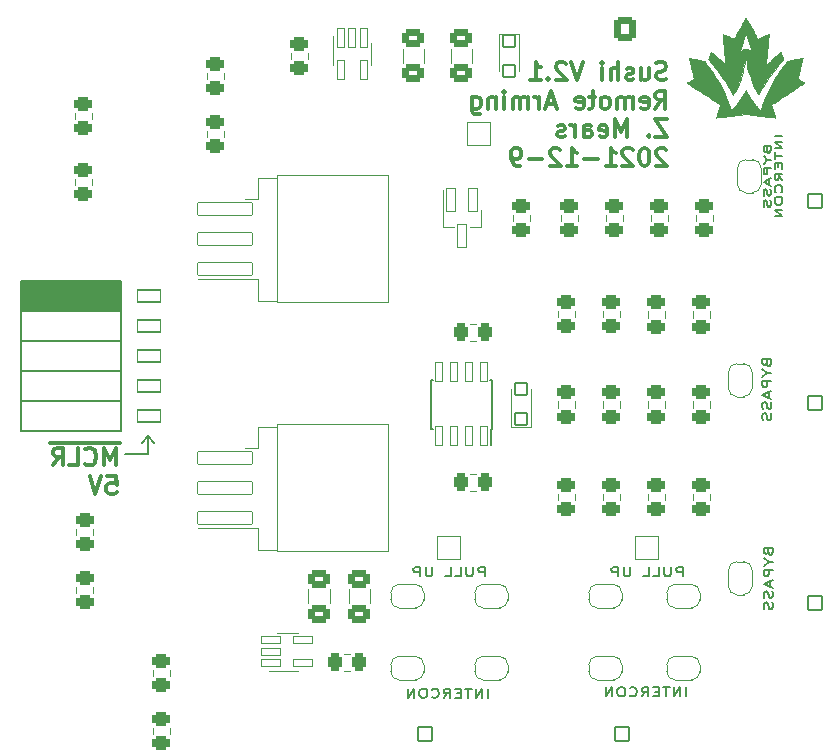
<source format=gbo>
G04 #@! TF.GenerationSoftware,KiCad,Pcbnew,6.0.0*
G04 #@! TF.CreationDate,2022-02-03T14:26:25-05:00*
G04 #@! TF.ProjectId,remote_arming,72656d6f-7465-45f6-9172-6d696e672e6b,rev?*
G04 #@! TF.SameCoordinates,Original*
G04 #@! TF.FileFunction,Legend,Bot*
G04 #@! TF.FilePolarity,Positive*
%FSLAX46Y46*%
G04 Gerber Fmt 4.6, Leading zero omitted, Abs format (unit mm)*
G04 Created by KiCad (PCBNEW 6.0.0) date 2022-02-03 14:26:25*
%MOMM*%
%LPD*%
G01*
G04 APERTURE LIST*
G04 Aperture macros list*
%AMRoundRect*
0 Rectangle with rounded corners*
0 $1 Rounding radius*
0 $2 $3 $4 $5 $6 $7 $8 $9 X,Y pos of 4 corners*
0 Add a 4 corners polygon primitive as box body*
4,1,4,$2,$3,$4,$5,$6,$7,$8,$9,$2,$3,0*
0 Add four circle primitives for the rounded corners*
1,1,$1+$1,$2,$3*
1,1,$1+$1,$4,$5*
1,1,$1+$1,$6,$7*
1,1,$1+$1,$8,$9*
0 Add four rect primitives between the rounded corners*
20,1,$1+$1,$2,$3,$4,$5,0*
20,1,$1+$1,$4,$5,$6,$7,0*
20,1,$1+$1,$6,$7,$8,$9,0*
20,1,$1+$1,$8,$9,$2,$3,0*%
%AMFreePoly0*
4,1,37,0.012349,0.795885,0.074216,0.795507,0.088518,0.793370,0.224339,0.752751,0.237465,0.746685,0.356427,0.669578,0.367324,0.660073,0.459862,0.552676,0.467652,0.540494,0.526329,0.411442,0.530388,0.397563,0.550485,0.257230,0.551000,0.250000,0.551000,-0.250000,0.550996,-0.250622,0.550847,-0.262838,0.550144,-0.270677,0.526624,-0.410478,0.522228,-0.424254,0.460416,-0.551833,
0.452330,-0.563821,0.357195,-0.668925,0.346069,-0.678161,0.225259,-0.752338,0.211989,-0.758081,0.075216,-0.795370,0.060866,-0.797157,0.011464,-0.796251,0.000000,-0.801000,-0.500000,-0.801000,-0.536062,-0.786062,-0.551000,-0.750000,-0.551000,0.750000,-0.536062,0.786062,-0.500000,0.801000,0.000000,0.801000,0.012349,0.795885,0.012349,0.795885,$1*%
%AMFreePoly1*
4,1,37,0.536062,0.786062,0.551000,0.750000,0.551000,-0.750000,0.536062,-0.786062,0.500000,-0.801000,0.000000,-0.801000,-0.012525,-0.795812,-0.080875,-0.794559,-0.095149,-0.792248,-0.230464,-0.749973,-0.243516,-0.743747,-0.361526,-0.665192,-0.372306,-0.655554,-0.463526,-0.547035,-0.471167,-0.534759,-0.528262,-0.405000,-0.532150,-0.391073,-0.549733,-0.256613,-0.548336,-0.256430,-0.551000,-0.250000,
-0.551000,0.250000,-0.550512,0.251179,-0.550356,0.263956,-0.528545,0.404033,-0.524317,0.417860,-0.464069,0.546185,-0.456130,0.558271,-0.362286,0.664529,-0.351274,0.673901,-0.231379,0.749549,-0.218180,0.755454,-0.081873,0.794411,-0.067546,0.796373,-0.011990,0.796033,0.000000,0.801000,0.500000,0.801000,0.536062,0.786062,0.536062,0.786062,$1*%
G04 Aperture macros list end*
%ADD10C,0.150000*%
%ADD11C,0.200000*%
%ADD12C,0.300000*%
%ADD13C,0.010000*%
%ADD14C,0.120000*%
%ADD15C,6.502000*%
%ADD16C,6.299600*%
%ADD17C,1.602000*%
%ADD18C,3.102000*%
%ADD19FreePoly0,90.000000*%
%ADD20FreePoly1,90.000000*%
%ADD21C,2.102000*%
%ADD22RoundRect,0.051000X1.000000X1.000000X-1.000000X1.000000X-1.000000X-1.000000X1.000000X-1.000000X0*%
%ADD23C,2.302000*%
%ADD24C,1.302000*%
%ADD25RoundRect,0.051000X0.600000X-0.600000X0.600000X0.600000X-0.600000X0.600000X-0.600000X-0.600000X0*%
%ADD26RoundRect,0.051000X-1.000000X0.500000X-1.000000X-0.500000X1.000000X-0.500000X1.000000X0.500000X0*%
%ADD27RoundRect,0.301000X0.325000X0.450000X-0.325000X0.450000X-0.325000X-0.450000X0.325000X-0.450000X0*%
%ADD28RoundRect,0.301000X-0.450000X0.325000X-0.450000X-0.325000X0.450000X-0.325000X0.450000X0.325000X0*%
%ADD29RoundRect,0.051000X0.300000X-0.775000X0.300000X0.775000X-0.300000X0.775000X-0.300000X-0.775000X0*%
%ADD30RoundRect,0.051000X-0.325000X0.780000X-0.325000X-0.780000X0.325000X-0.780000X0.325000X0.780000X0*%
%ADD31RoundRect,0.301000X0.450000X-0.325000X0.450000X0.325000X-0.450000X0.325000X-0.450000X-0.325000X0*%
%ADD32RoundRect,0.301001X0.624999X-0.462499X0.624999X0.462499X-0.624999X0.462499X-0.624999X-0.462499X0*%
%ADD33RoundRect,0.051000X0.600000X0.600000X-0.600000X0.600000X-0.600000X-0.600000X0.600000X-0.600000X0*%
%ADD34FreePoly0,180.000000*%
%ADD35FreePoly1,180.000000*%
%ADD36FreePoly0,0.000000*%
%ADD37FreePoly1,0.000000*%
%ADD38RoundRect,0.051000X-0.600000X-0.600000X0.600000X-0.600000X0.600000X0.600000X-0.600000X0.600000X0*%
%ADD39RoundRect,0.051000X0.500000X-0.500000X0.500000X0.500000X-0.500000X0.500000X-0.500000X-0.500000X0*%
%ADD40RoundRect,0.051000X-0.500000X0.500000X-0.500000X-0.500000X0.500000X-0.500000X0.500000X0.500000X0*%
%ADD41RoundRect,0.051000X-1.000000X1.000000X-1.000000X-1.000000X1.000000X-1.000000X1.000000X1.000000X0*%
%ADD42RoundRect,0.051000X-0.400000X0.950000X-0.400000X-0.950000X0.400000X-0.950000X0.400000X0.950000X0*%
%ADD43RoundRect,0.051000X-4.700000X-5.400000X4.700000X-5.400000X4.700000X5.400000X-4.700000X5.400000X0*%
%ADD44RoundRect,0.051000X-2.300000X-0.550000X2.300000X-0.550000X2.300000X0.550000X-2.300000X0.550000X0*%
%ADD45RoundRect,0.301000X-0.600000X-0.725000X0.600000X-0.725000X0.600000X0.725000X-0.600000X0.725000X0*%
%ADD46O,1.802000X2.052000*%
%ADD47RoundRect,0.051000X-0.780000X-0.325000X0.780000X-0.325000X0.780000X0.325000X-0.780000X0.325000X0*%
G04 APERTURE END LIST*
D10*
X218392000Y-109559285D02*
X218392000Y-108809285D01*
X218011047Y-108809285D01*
X217915809Y-108845000D01*
X217868190Y-108880714D01*
X217820571Y-108952142D01*
X217820571Y-109059285D01*
X217868190Y-109130714D01*
X217915809Y-109166428D01*
X218011047Y-109202142D01*
X218392000Y-109202142D01*
X217392000Y-108809285D02*
X217392000Y-109416428D01*
X217344380Y-109487857D01*
X217296761Y-109523571D01*
X217201523Y-109559285D01*
X217011047Y-109559285D01*
X216915809Y-109523571D01*
X216868190Y-109487857D01*
X216820571Y-109416428D01*
X216820571Y-108809285D01*
X215868190Y-109559285D02*
X216344380Y-109559285D01*
X216344380Y-108809285D01*
X215058666Y-109559285D02*
X215534857Y-109559285D01*
X215534857Y-108809285D01*
X213963428Y-108809285D02*
X213963428Y-109416428D01*
X213915809Y-109487857D01*
X213868190Y-109523571D01*
X213772952Y-109559285D01*
X213582476Y-109559285D01*
X213487238Y-109523571D01*
X213439619Y-109487857D01*
X213392000Y-109416428D01*
X213392000Y-108809285D01*
X212915809Y-109559285D02*
X212915809Y-108809285D01*
X212534857Y-108809285D01*
X212439619Y-108845000D01*
X212392000Y-108880714D01*
X212344380Y-108952142D01*
X212344380Y-109059285D01*
X212392000Y-109130714D01*
X212439619Y-109166428D01*
X212534857Y-109202142D01*
X212915809Y-109202142D01*
X235156000Y-109559285D02*
X235156000Y-108809285D01*
X234775047Y-108809285D01*
X234679809Y-108845000D01*
X234632190Y-108880714D01*
X234584571Y-108952142D01*
X234584571Y-109059285D01*
X234632190Y-109130714D01*
X234679809Y-109166428D01*
X234775047Y-109202142D01*
X235156000Y-109202142D01*
X234156000Y-108809285D02*
X234156000Y-109416428D01*
X234108380Y-109487857D01*
X234060761Y-109523571D01*
X233965523Y-109559285D01*
X233775047Y-109559285D01*
X233679809Y-109523571D01*
X233632190Y-109487857D01*
X233584571Y-109416428D01*
X233584571Y-108809285D01*
X232632190Y-109559285D02*
X233108380Y-109559285D01*
X233108380Y-108809285D01*
X231822666Y-109559285D02*
X232298857Y-109559285D01*
X232298857Y-108809285D01*
X230727428Y-108809285D02*
X230727428Y-109416428D01*
X230679809Y-109487857D01*
X230632190Y-109523571D01*
X230536952Y-109559285D01*
X230346476Y-109559285D01*
X230251238Y-109523571D01*
X230203619Y-109487857D01*
X230156000Y-109416428D01*
X230156000Y-108809285D01*
X229679809Y-109559285D02*
X229679809Y-108809285D01*
X229298857Y-108809285D01*
X229203619Y-108845000D01*
X229156000Y-108880714D01*
X229108380Y-108952142D01*
X229108380Y-109059285D01*
X229156000Y-109130714D01*
X229203619Y-109166428D01*
X229298857Y-109202142D01*
X229679809Y-109202142D01*
X242298142Y-73453904D02*
X242326714Y-73596761D01*
X242355285Y-73644380D01*
X242412428Y-73692000D01*
X242498142Y-73692000D01*
X242555285Y-73644380D01*
X242583857Y-73596761D01*
X242612428Y-73501523D01*
X242612428Y-73120571D01*
X242012428Y-73120571D01*
X242012428Y-73453904D01*
X242041000Y-73549142D01*
X242069571Y-73596761D01*
X242126714Y-73644380D01*
X242183857Y-73644380D01*
X242241000Y-73596761D01*
X242269571Y-73549142D01*
X242298142Y-73453904D01*
X242298142Y-73120571D01*
X242326714Y-74311047D02*
X242612428Y-74311047D01*
X242012428Y-73977714D02*
X242326714Y-74311047D01*
X242012428Y-74644380D01*
X242612428Y-74977714D02*
X242012428Y-74977714D01*
X242012428Y-75358666D01*
X242041000Y-75453904D01*
X242069571Y-75501523D01*
X242126714Y-75549142D01*
X242212428Y-75549142D01*
X242269571Y-75501523D01*
X242298142Y-75453904D01*
X242326714Y-75358666D01*
X242326714Y-74977714D01*
X242441000Y-75930095D02*
X242441000Y-76406285D01*
X242612428Y-75834857D02*
X242012428Y-76168190D01*
X242612428Y-76501523D01*
X242583857Y-76787238D02*
X242612428Y-76930095D01*
X242612428Y-77168190D01*
X242583857Y-77263428D01*
X242555285Y-77311047D01*
X242498142Y-77358666D01*
X242441000Y-77358666D01*
X242383857Y-77311047D01*
X242355285Y-77263428D01*
X242326714Y-77168190D01*
X242298142Y-76977714D01*
X242269571Y-76882476D01*
X242241000Y-76834857D01*
X242183857Y-76787238D01*
X242126714Y-76787238D01*
X242069571Y-76834857D01*
X242041000Y-76882476D01*
X242012428Y-76977714D01*
X242012428Y-77215809D01*
X242041000Y-77358666D01*
X242583857Y-77739619D02*
X242612428Y-77882476D01*
X242612428Y-78120571D01*
X242583857Y-78215809D01*
X242555285Y-78263428D01*
X242498142Y-78311047D01*
X242441000Y-78311047D01*
X242383857Y-78263428D01*
X242355285Y-78215809D01*
X242326714Y-78120571D01*
X242298142Y-77930095D01*
X242269571Y-77834857D01*
X242241000Y-77787238D01*
X242183857Y-77739619D01*
X242126714Y-77739619D01*
X242069571Y-77787238D01*
X242041000Y-77834857D01*
X242012428Y-77930095D01*
X242012428Y-78168190D01*
X242041000Y-78311047D01*
X243578428Y-72287238D02*
X242978428Y-72287238D01*
X243578428Y-72763428D02*
X242978428Y-72763428D01*
X243578428Y-73334857D01*
X242978428Y-73334857D01*
X242978428Y-73668190D02*
X242978428Y-74239619D01*
X243578428Y-73953904D02*
X242978428Y-73953904D01*
X243264142Y-74572952D02*
X243264142Y-74906285D01*
X243578428Y-75049142D02*
X243578428Y-74572952D01*
X242978428Y-74572952D01*
X242978428Y-75049142D01*
X243578428Y-76049142D02*
X243292714Y-75715809D01*
X243578428Y-75477714D02*
X242978428Y-75477714D01*
X242978428Y-75858666D01*
X243007000Y-75953904D01*
X243035571Y-76001523D01*
X243092714Y-76049142D01*
X243178428Y-76049142D01*
X243235571Y-76001523D01*
X243264142Y-75953904D01*
X243292714Y-75858666D01*
X243292714Y-75477714D01*
X243521285Y-77049142D02*
X243549857Y-77001523D01*
X243578428Y-76858666D01*
X243578428Y-76763428D01*
X243549857Y-76620571D01*
X243492714Y-76525333D01*
X243435571Y-76477714D01*
X243321285Y-76430095D01*
X243235571Y-76430095D01*
X243121285Y-76477714D01*
X243064142Y-76525333D01*
X243007000Y-76620571D01*
X242978428Y-76763428D01*
X242978428Y-76858666D01*
X243007000Y-77001523D01*
X243035571Y-77049142D01*
X242978428Y-77668190D02*
X242978428Y-77858666D01*
X243007000Y-77953904D01*
X243064142Y-78049142D01*
X243178428Y-78096761D01*
X243378428Y-78096761D01*
X243492714Y-78049142D01*
X243549857Y-77953904D01*
X243578428Y-77858666D01*
X243578428Y-77668190D01*
X243549857Y-77572952D01*
X243492714Y-77477714D01*
X243378428Y-77430095D01*
X243178428Y-77430095D01*
X243064142Y-77477714D01*
X243007000Y-77572952D01*
X242978428Y-77668190D01*
X243578428Y-78525333D02*
X242978428Y-78525333D01*
X243578428Y-79096761D01*
X242978428Y-79096761D01*
X242262428Y-91487904D02*
X242298142Y-91630761D01*
X242333857Y-91678380D01*
X242405285Y-91726000D01*
X242512428Y-91726000D01*
X242583857Y-91678380D01*
X242619571Y-91630761D01*
X242655285Y-91535523D01*
X242655285Y-91154571D01*
X241905285Y-91154571D01*
X241905285Y-91487904D01*
X241941000Y-91583142D01*
X241976714Y-91630761D01*
X242048142Y-91678380D01*
X242119571Y-91678380D01*
X242191000Y-91630761D01*
X242226714Y-91583142D01*
X242262428Y-91487904D01*
X242262428Y-91154571D01*
X242298142Y-92345047D02*
X242655285Y-92345047D01*
X241905285Y-92011714D02*
X242298142Y-92345047D01*
X241905285Y-92678380D01*
X242655285Y-93011714D02*
X241905285Y-93011714D01*
X241905285Y-93392666D01*
X241941000Y-93487904D01*
X241976714Y-93535523D01*
X242048142Y-93583142D01*
X242155285Y-93583142D01*
X242226714Y-93535523D01*
X242262428Y-93487904D01*
X242298142Y-93392666D01*
X242298142Y-93011714D01*
X242441000Y-93964095D02*
X242441000Y-94440285D01*
X242655285Y-93868857D02*
X241905285Y-94202190D01*
X242655285Y-94535523D01*
X242619571Y-94821238D02*
X242655285Y-94964095D01*
X242655285Y-95202190D01*
X242619571Y-95297428D01*
X242583857Y-95345047D01*
X242512428Y-95392666D01*
X242441000Y-95392666D01*
X242369571Y-95345047D01*
X242333857Y-95297428D01*
X242298142Y-95202190D01*
X242262428Y-95011714D01*
X242226714Y-94916476D01*
X242191000Y-94868857D01*
X242119571Y-94821238D01*
X242048142Y-94821238D01*
X241976714Y-94868857D01*
X241941000Y-94916476D01*
X241905285Y-95011714D01*
X241905285Y-95249809D01*
X241941000Y-95392666D01*
X242619571Y-95773619D02*
X242655285Y-95916476D01*
X242655285Y-96154571D01*
X242619571Y-96249809D01*
X242583857Y-96297428D01*
X242512428Y-96345047D01*
X242441000Y-96345047D01*
X242369571Y-96297428D01*
X242333857Y-96249809D01*
X242298142Y-96154571D01*
X242262428Y-95964095D01*
X242226714Y-95868857D01*
X242191000Y-95821238D01*
X242119571Y-95773619D01*
X242048142Y-95773619D01*
X241976714Y-95821238D01*
X241941000Y-95868857D01*
X241905285Y-95964095D01*
X241905285Y-96202190D01*
X241941000Y-96345047D01*
X242389428Y-107489904D02*
X242425142Y-107632761D01*
X242460857Y-107680380D01*
X242532285Y-107728000D01*
X242639428Y-107728000D01*
X242710857Y-107680380D01*
X242746571Y-107632761D01*
X242782285Y-107537523D01*
X242782285Y-107156571D01*
X242032285Y-107156571D01*
X242032285Y-107489904D01*
X242068000Y-107585142D01*
X242103714Y-107632761D01*
X242175142Y-107680380D01*
X242246571Y-107680380D01*
X242318000Y-107632761D01*
X242353714Y-107585142D01*
X242389428Y-107489904D01*
X242389428Y-107156571D01*
X242425142Y-108347047D02*
X242782285Y-108347047D01*
X242032285Y-108013714D02*
X242425142Y-108347047D01*
X242032285Y-108680380D01*
X242782285Y-109013714D02*
X242032285Y-109013714D01*
X242032285Y-109394666D01*
X242068000Y-109489904D01*
X242103714Y-109537523D01*
X242175142Y-109585142D01*
X242282285Y-109585142D01*
X242353714Y-109537523D01*
X242389428Y-109489904D01*
X242425142Y-109394666D01*
X242425142Y-109013714D01*
X242568000Y-109966095D02*
X242568000Y-110442285D01*
X242782285Y-109870857D02*
X242032285Y-110204190D01*
X242782285Y-110537523D01*
X242746571Y-110823238D02*
X242782285Y-110966095D01*
X242782285Y-111204190D01*
X242746571Y-111299428D01*
X242710857Y-111347047D01*
X242639428Y-111394666D01*
X242568000Y-111394666D01*
X242496571Y-111347047D01*
X242460857Y-111299428D01*
X242425142Y-111204190D01*
X242389428Y-111013714D01*
X242353714Y-110918476D01*
X242318000Y-110870857D01*
X242246571Y-110823238D01*
X242175142Y-110823238D01*
X242103714Y-110870857D01*
X242068000Y-110918476D01*
X242032285Y-111013714D01*
X242032285Y-111251809D01*
X242068000Y-111394666D01*
X242746571Y-111775619D02*
X242782285Y-111918476D01*
X242782285Y-112156571D01*
X242746571Y-112251809D01*
X242710857Y-112299428D01*
X242639428Y-112347047D01*
X242568000Y-112347047D01*
X242496571Y-112299428D01*
X242460857Y-112251809D01*
X242425142Y-112156571D01*
X242389428Y-111966095D01*
X242353714Y-111870857D01*
X242318000Y-111823238D01*
X242246571Y-111775619D01*
X242175142Y-111775619D01*
X242103714Y-111823238D01*
X242068000Y-111870857D01*
X242032285Y-111966095D01*
X242032285Y-112204190D01*
X242068000Y-112347047D01*
X235433761Y-119719285D02*
X235433761Y-118969285D01*
X234957571Y-119719285D02*
X234957571Y-118969285D01*
X234386142Y-119719285D01*
X234386142Y-118969285D01*
X234052809Y-118969285D02*
X233481380Y-118969285D01*
X233767095Y-119719285D02*
X233767095Y-118969285D01*
X233148047Y-119326428D02*
X232814714Y-119326428D01*
X232671857Y-119719285D02*
X233148047Y-119719285D01*
X233148047Y-118969285D01*
X232671857Y-118969285D01*
X231671857Y-119719285D02*
X232005190Y-119362142D01*
X232243285Y-119719285D02*
X232243285Y-118969285D01*
X231862333Y-118969285D01*
X231767095Y-119005000D01*
X231719476Y-119040714D01*
X231671857Y-119112142D01*
X231671857Y-119219285D01*
X231719476Y-119290714D01*
X231767095Y-119326428D01*
X231862333Y-119362142D01*
X232243285Y-119362142D01*
X230671857Y-119647857D02*
X230719476Y-119683571D01*
X230862333Y-119719285D01*
X230957571Y-119719285D01*
X231100428Y-119683571D01*
X231195666Y-119612142D01*
X231243285Y-119540714D01*
X231290904Y-119397857D01*
X231290904Y-119290714D01*
X231243285Y-119147857D01*
X231195666Y-119076428D01*
X231100428Y-119005000D01*
X230957571Y-118969285D01*
X230862333Y-118969285D01*
X230719476Y-119005000D01*
X230671857Y-119040714D01*
X230052809Y-118969285D02*
X229862333Y-118969285D01*
X229767095Y-119005000D01*
X229671857Y-119076428D01*
X229624238Y-119219285D01*
X229624238Y-119469285D01*
X229671857Y-119612142D01*
X229767095Y-119683571D01*
X229862333Y-119719285D01*
X230052809Y-119719285D01*
X230148047Y-119683571D01*
X230243285Y-119612142D01*
X230290904Y-119469285D01*
X230290904Y-119219285D01*
X230243285Y-119076428D01*
X230148047Y-119005000D01*
X230052809Y-118969285D01*
X229195666Y-119719285D02*
X229195666Y-118969285D01*
X228624238Y-119719285D01*
X228624238Y-118969285D01*
X218669761Y-119846285D02*
X218669761Y-119096285D01*
X218193571Y-119846285D02*
X218193571Y-119096285D01*
X217622142Y-119846285D01*
X217622142Y-119096285D01*
X217288809Y-119096285D02*
X216717380Y-119096285D01*
X217003095Y-119846285D02*
X217003095Y-119096285D01*
X216384047Y-119453428D02*
X216050714Y-119453428D01*
X215907857Y-119846285D02*
X216384047Y-119846285D01*
X216384047Y-119096285D01*
X215907857Y-119096285D01*
X214907857Y-119846285D02*
X215241190Y-119489142D01*
X215479285Y-119846285D02*
X215479285Y-119096285D01*
X215098333Y-119096285D01*
X215003095Y-119132000D01*
X214955476Y-119167714D01*
X214907857Y-119239142D01*
X214907857Y-119346285D01*
X214955476Y-119417714D01*
X215003095Y-119453428D01*
X215098333Y-119489142D01*
X215479285Y-119489142D01*
X213907857Y-119774857D02*
X213955476Y-119810571D01*
X214098333Y-119846285D01*
X214193571Y-119846285D01*
X214336428Y-119810571D01*
X214431666Y-119739142D01*
X214479285Y-119667714D01*
X214526904Y-119524857D01*
X214526904Y-119417714D01*
X214479285Y-119274857D01*
X214431666Y-119203428D01*
X214336428Y-119132000D01*
X214193571Y-119096285D01*
X214098333Y-119096285D01*
X213955476Y-119132000D01*
X213907857Y-119167714D01*
X213288809Y-119096285D02*
X213098333Y-119096285D01*
X213003095Y-119132000D01*
X212907857Y-119203428D01*
X212860238Y-119346285D01*
X212860238Y-119596285D01*
X212907857Y-119739142D01*
X213003095Y-119810571D01*
X213098333Y-119846285D01*
X213288809Y-119846285D01*
X213384047Y-119810571D01*
X213479285Y-119739142D01*
X213526904Y-119596285D01*
X213526904Y-119346285D01*
X213479285Y-119203428D01*
X213384047Y-119132000D01*
X213288809Y-119096285D01*
X212431666Y-119846285D02*
X212431666Y-119096285D01*
X211860238Y-119846285D01*
X211860238Y-119096285D01*
D11*
X189865000Y-97663000D02*
X190373000Y-98298000D01*
X189865000Y-97663000D02*
X189357000Y-98298000D01*
X189865000Y-99187000D02*
X189865000Y-97663000D01*
X187960000Y-99187000D02*
X189865000Y-99187000D01*
D12*
X187511000Y-98258500D02*
X185796714Y-98258500D01*
X187153857Y-100182071D02*
X187153857Y-98682071D01*
X186653857Y-99753500D01*
X186153857Y-98682071D01*
X186153857Y-100182071D01*
X185796714Y-98258500D02*
X184296714Y-98258500D01*
X184582428Y-100039214D02*
X184653857Y-100110642D01*
X184868142Y-100182071D01*
X185011000Y-100182071D01*
X185225285Y-100110642D01*
X185368142Y-99967785D01*
X185439571Y-99824928D01*
X185511000Y-99539214D01*
X185511000Y-99324928D01*
X185439571Y-99039214D01*
X185368142Y-98896357D01*
X185225285Y-98753500D01*
X185011000Y-98682071D01*
X184868142Y-98682071D01*
X184653857Y-98753500D01*
X184582428Y-98824928D01*
X184296714Y-98258500D02*
X183082428Y-98258500D01*
X183225285Y-100182071D02*
X183939571Y-100182071D01*
X183939571Y-98682071D01*
X183082428Y-98258500D02*
X181582428Y-98258500D01*
X181868142Y-100182071D02*
X182368142Y-99467785D01*
X182725285Y-100182071D02*
X182725285Y-98682071D01*
X182153857Y-98682071D01*
X182011000Y-98753500D01*
X181939571Y-98824928D01*
X181868142Y-98967785D01*
X181868142Y-99182071D01*
X181939571Y-99324928D01*
X182011000Y-99396357D01*
X182153857Y-99467785D01*
X182725285Y-99467785D01*
X186439571Y-101097071D02*
X187153857Y-101097071D01*
X187225285Y-101811357D01*
X187153857Y-101739928D01*
X187011000Y-101668500D01*
X186653857Y-101668500D01*
X186511000Y-101739928D01*
X186439571Y-101811357D01*
X186368142Y-101954214D01*
X186368142Y-102311357D01*
X186439571Y-102454214D01*
X186511000Y-102525642D01*
X186653857Y-102597071D01*
X187011000Y-102597071D01*
X187153857Y-102525642D01*
X187225285Y-102454214D01*
X185939571Y-101097071D02*
X185439571Y-102597071D01*
X184939571Y-101097071D01*
X233769285Y-67484642D02*
X233555000Y-67556071D01*
X233197857Y-67556071D01*
X233055000Y-67484642D01*
X232983571Y-67413214D01*
X232912142Y-67270357D01*
X232912142Y-67127500D01*
X232983571Y-66984642D01*
X233055000Y-66913214D01*
X233197857Y-66841785D01*
X233483571Y-66770357D01*
X233626428Y-66698928D01*
X233697857Y-66627500D01*
X233769285Y-66484642D01*
X233769285Y-66341785D01*
X233697857Y-66198928D01*
X233626428Y-66127500D01*
X233483571Y-66056071D01*
X233126428Y-66056071D01*
X232912142Y-66127500D01*
X231626428Y-66556071D02*
X231626428Y-67556071D01*
X232269285Y-66556071D02*
X232269285Y-67341785D01*
X232197857Y-67484642D01*
X232055000Y-67556071D01*
X231840714Y-67556071D01*
X231697857Y-67484642D01*
X231626428Y-67413214D01*
X230983571Y-67484642D02*
X230840714Y-67556071D01*
X230555000Y-67556071D01*
X230412142Y-67484642D01*
X230340714Y-67341785D01*
X230340714Y-67270357D01*
X230412142Y-67127500D01*
X230555000Y-67056071D01*
X230769285Y-67056071D01*
X230912142Y-66984642D01*
X230983571Y-66841785D01*
X230983571Y-66770357D01*
X230912142Y-66627500D01*
X230769285Y-66556071D01*
X230555000Y-66556071D01*
X230412142Y-66627500D01*
X229697857Y-67556071D02*
X229697857Y-66056071D01*
X229055000Y-67556071D02*
X229055000Y-66770357D01*
X229126428Y-66627500D01*
X229269285Y-66556071D01*
X229483571Y-66556071D01*
X229626428Y-66627500D01*
X229697857Y-66698928D01*
X228340714Y-67556071D02*
X228340714Y-66556071D01*
X228340714Y-66056071D02*
X228412142Y-66127500D01*
X228340714Y-66198928D01*
X228269285Y-66127500D01*
X228340714Y-66056071D01*
X228340714Y-66198928D01*
X226697857Y-66056071D02*
X226197857Y-67556071D01*
X225697857Y-66056071D01*
X225269285Y-66198928D02*
X225197857Y-66127500D01*
X225055000Y-66056071D01*
X224697857Y-66056071D01*
X224555000Y-66127500D01*
X224483571Y-66198928D01*
X224412142Y-66341785D01*
X224412142Y-66484642D01*
X224483571Y-66698928D01*
X225340714Y-67556071D01*
X224412142Y-67556071D01*
X223769285Y-67413214D02*
X223697857Y-67484642D01*
X223769285Y-67556071D01*
X223840714Y-67484642D01*
X223769285Y-67413214D01*
X223769285Y-67556071D01*
X222269285Y-67556071D02*
X223126428Y-67556071D01*
X222697857Y-67556071D02*
X222697857Y-66056071D01*
X222840714Y-66270357D01*
X222983571Y-66413214D01*
X223126428Y-66484642D01*
X232840714Y-69971071D02*
X233340714Y-69256785D01*
X233697857Y-69971071D02*
X233697857Y-68471071D01*
X233126428Y-68471071D01*
X232983571Y-68542500D01*
X232912142Y-68613928D01*
X232840714Y-68756785D01*
X232840714Y-68971071D01*
X232912142Y-69113928D01*
X232983571Y-69185357D01*
X233126428Y-69256785D01*
X233697857Y-69256785D01*
X231626428Y-69899642D02*
X231769285Y-69971071D01*
X232055000Y-69971071D01*
X232197857Y-69899642D01*
X232269285Y-69756785D01*
X232269285Y-69185357D01*
X232197857Y-69042500D01*
X232055000Y-68971071D01*
X231769285Y-68971071D01*
X231626428Y-69042500D01*
X231555000Y-69185357D01*
X231555000Y-69328214D01*
X232269285Y-69471071D01*
X230912142Y-69971071D02*
X230912142Y-68971071D01*
X230912142Y-69113928D02*
X230840714Y-69042500D01*
X230697857Y-68971071D01*
X230483571Y-68971071D01*
X230340714Y-69042500D01*
X230269285Y-69185357D01*
X230269285Y-69971071D01*
X230269285Y-69185357D02*
X230197857Y-69042500D01*
X230055000Y-68971071D01*
X229840714Y-68971071D01*
X229697857Y-69042500D01*
X229626428Y-69185357D01*
X229626428Y-69971071D01*
X228697857Y-69971071D02*
X228840714Y-69899642D01*
X228912142Y-69828214D01*
X228983571Y-69685357D01*
X228983571Y-69256785D01*
X228912142Y-69113928D01*
X228840714Y-69042500D01*
X228697857Y-68971071D01*
X228483571Y-68971071D01*
X228340714Y-69042500D01*
X228269285Y-69113928D01*
X228197857Y-69256785D01*
X228197857Y-69685357D01*
X228269285Y-69828214D01*
X228340714Y-69899642D01*
X228483571Y-69971071D01*
X228697857Y-69971071D01*
X227769285Y-68971071D02*
X227197857Y-68971071D01*
X227555000Y-68471071D02*
X227555000Y-69756785D01*
X227483571Y-69899642D01*
X227340714Y-69971071D01*
X227197857Y-69971071D01*
X226126428Y-69899642D02*
X226269285Y-69971071D01*
X226555000Y-69971071D01*
X226697857Y-69899642D01*
X226769285Y-69756785D01*
X226769285Y-69185357D01*
X226697857Y-69042500D01*
X226555000Y-68971071D01*
X226269285Y-68971071D01*
X226126428Y-69042500D01*
X226055000Y-69185357D01*
X226055000Y-69328214D01*
X226769285Y-69471071D01*
X224340714Y-69542500D02*
X223626428Y-69542500D01*
X224483571Y-69971071D02*
X223983571Y-68471071D01*
X223483571Y-69971071D01*
X222983571Y-69971071D02*
X222983571Y-68971071D01*
X222983571Y-69256785D02*
X222912142Y-69113928D01*
X222840714Y-69042500D01*
X222697857Y-68971071D01*
X222555000Y-68971071D01*
X222055000Y-69971071D02*
X222055000Y-68971071D01*
X222055000Y-69113928D02*
X221983571Y-69042500D01*
X221840714Y-68971071D01*
X221626428Y-68971071D01*
X221483571Y-69042500D01*
X221412142Y-69185357D01*
X221412142Y-69971071D01*
X221412142Y-69185357D02*
X221340714Y-69042500D01*
X221197857Y-68971071D01*
X220983571Y-68971071D01*
X220840714Y-69042500D01*
X220769285Y-69185357D01*
X220769285Y-69971071D01*
X220055000Y-69971071D02*
X220055000Y-68971071D01*
X220055000Y-68471071D02*
X220126428Y-68542500D01*
X220055000Y-68613928D01*
X219983571Y-68542500D01*
X220055000Y-68471071D01*
X220055000Y-68613928D01*
X219340714Y-68971071D02*
X219340714Y-69971071D01*
X219340714Y-69113928D02*
X219269285Y-69042500D01*
X219126428Y-68971071D01*
X218912142Y-68971071D01*
X218769285Y-69042500D01*
X218697857Y-69185357D01*
X218697857Y-69971071D01*
X217340714Y-68971071D02*
X217340714Y-70185357D01*
X217412142Y-70328214D01*
X217483571Y-70399642D01*
X217626428Y-70471071D01*
X217840714Y-70471071D01*
X217983571Y-70399642D01*
X217340714Y-69899642D02*
X217483571Y-69971071D01*
X217769285Y-69971071D01*
X217912142Y-69899642D01*
X217983571Y-69828214D01*
X218055000Y-69685357D01*
X218055000Y-69256785D01*
X217983571Y-69113928D01*
X217912142Y-69042500D01*
X217769285Y-68971071D01*
X217483571Y-68971071D01*
X217340714Y-69042500D01*
X233840714Y-70886071D02*
X232840714Y-70886071D01*
X233840714Y-72386071D01*
X232840714Y-72386071D01*
X232269285Y-72243214D02*
X232197857Y-72314642D01*
X232269285Y-72386071D01*
X232340714Y-72314642D01*
X232269285Y-72243214D01*
X232269285Y-72386071D01*
X230412142Y-72386071D02*
X230412142Y-70886071D01*
X229912142Y-71957500D01*
X229412142Y-70886071D01*
X229412142Y-72386071D01*
X228126428Y-72314642D02*
X228269285Y-72386071D01*
X228555000Y-72386071D01*
X228697857Y-72314642D01*
X228769285Y-72171785D01*
X228769285Y-71600357D01*
X228697857Y-71457500D01*
X228555000Y-71386071D01*
X228269285Y-71386071D01*
X228126428Y-71457500D01*
X228055000Y-71600357D01*
X228055000Y-71743214D01*
X228769285Y-71886071D01*
X226769285Y-72386071D02*
X226769285Y-71600357D01*
X226840714Y-71457500D01*
X226983571Y-71386071D01*
X227269285Y-71386071D01*
X227412142Y-71457500D01*
X226769285Y-72314642D02*
X226912142Y-72386071D01*
X227269285Y-72386071D01*
X227412142Y-72314642D01*
X227483571Y-72171785D01*
X227483571Y-72028928D01*
X227412142Y-71886071D01*
X227269285Y-71814642D01*
X226912142Y-71814642D01*
X226769285Y-71743214D01*
X226055000Y-72386071D02*
X226055000Y-71386071D01*
X226055000Y-71671785D02*
X225983571Y-71528928D01*
X225912142Y-71457500D01*
X225769285Y-71386071D01*
X225626428Y-71386071D01*
X225197857Y-72314642D02*
X225055000Y-72386071D01*
X224769285Y-72386071D01*
X224626428Y-72314642D01*
X224555000Y-72171785D01*
X224555000Y-72100357D01*
X224626428Y-71957500D01*
X224769285Y-71886071D01*
X224983571Y-71886071D01*
X225126428Y-71814642D01*
X225197857Y-71671785D01*
X225197857Y-71600357D01*
X225126428Y-71457500D01*
X224983571Y-71386071D01*
X224769285Y-71386071D01*
X224626428Y-71457500D01*
X233769285Y-73443928D02*
X233697857Y-73372500D01*
X233555000Y-73301071D01*
X233197857Y-73301071D01*
X233055000Y-73372500D01*
X232983571Y-73443928D01*
X232912142Y-73586785D01*
X232912142Y-73729642D01*
X232983571Y-73943928D01*
X233840714Y-74801071D01*
X232912142Y-74801071D01*
X231983571Y-73301071D02*
X231840714Y-73301071D01*
X231697857Y-73372500D01*
X231626428Y-73443928D01*
X231555000Y-73586785D01*
X231483571Y-73872500D01*
X231483571Y-74229642D01*
X231555000Y-74515357D01*
X231626428Y-74658214D01*
X231697857Y-74729642D01*
X231840714Y-74801071D01*
X231983571Y-74801071D01*
X232126428Y-74729642D01*
X232197857Y-74658214D01*
X232269285Y-74515357D01*
X232340714Y-74229642D01*
X232340714Y-73872500D01*
X232269285Y-73586785D01*
X232197857Y-73443928D01*
X232126428Y-73372500D01*
X231983571Y-73301071D01*
X230912142Y-73443928D02*
X230840714Y-73372500D01*
X230697857Y-73301071D01*
X230340714Y-73301071D01*
X230197857Y-73372500D01*
X230126428Y-73443928D01*
X230055000Y-73586785D01*
X230055000Y-73729642D01*
X230126428Y-73943928D01*
X230983571Y-74801071D01*
X230055000Y-74801071D01*
X228626428Y-74801071D02*
X229483571Y-74801071D01*
X229055000Y-74801071D02*
X229055000Y-73301071D01*
X229197857Y-73515357D01*
X229340714Y-73658214D01*
X229483571Y-73729642D01*
X227983571Y-74229642D02*
X226840714Y-74229642D01*
X225340714Y-74801071D02*
X226197857Y-74801071D01*
X225769285Y-74801071D02*
X225769285Y-73301071D01*
X225912142Y-73515357D01*
X226055000Y-73658214D01*
X226197857Y-73729642D01*
X224769285Y-73443928D02*
X224697857Y-73372500D01*
X224555000Y-73301071D01*
X224197857Y-73301071D01*
X224055000Y-73372500D01*
X223983571Y-73443928D01*
X223912142Y-73586785D01*
X223912142Y-73729642D01*
X223983571Y-73943928D01*
X224840714Y-74801071D01*
X223912142Y-74801071D01*
X223269285Y-74229642D02*
X222126428Y-74229642D01*
X221340714Y-74801071D02*
X221055000Y-74801071D01*
X220912142Y-74729642D01*
X220840714Y-74658214D01*
X220697857Y-74443928D01*
X220626428Y-74158214D01*
X220626428Y-73586785D01*
X220697857Y-73443928D01*
X220769285Y-73372500D01*
X220912142Y-73301071D01*
X221197857Y-73301071D01*
X221340714Y-73372500D01*
X221412142Y-73443928D01*
X221483571Y-73586785D01*
X221483571Y-73943928D01*
X221412142Y-74086785D01*
X221340714Y-74158214D01*
X221197857Y-74229642D01*
X220912142Y-74229642D01*
X220769285Y-74158214D01*
X220697857Y-74086785D01*
X220626428Y-73943928D01*
D13*
X240484172Y-62295810D02*
X240462969Y-62330138D01*
X240462969Y-62330138D02*
X240430534Y-62384988D01*
X240430534Y-62384988D02*
X240387966Y-62458430D01*
X240387966Y-62458430D02*
X240336366Y-62548537D01*
X240336366Y-62548537D02*
X240276834Y-62653380D01*
X240276834Y-62653380D02*
X240210470Y-62771029D01*
X240210470Y-62771029D02*
X240138374Y-62899556D01*
X240138374Y-62899556D02*
X240061648Y-63037033D01*
X240061648Y-63037033D02*
X239995106Y-63156787D01*
X239995106Y-63156787D02*
X239915262Y-63300733D01*
X239915262Y-63300733D02*
X239839205Y-63437789D01*
X239839205Y-63437789D02*
X239768035Y-63565976D01*
X239768035Y-63565976D02*
X239702853Y-63683311D01*
X239702853Y-63683311D02*
X239644762Y-63787816D01*
X239644762Y-63787816D02*
X239594862Y-63877509D01*
X239594862Y-63877509D02*
X239554255Y-63950410D01*
X239554255Y-63950410D02*
X239524041Y-64004539D01*
X239524041Y-64004539D02*
X239505322Y-64037916D01*
X239505322Y-64037916D02*
X239499333Y-64048394D01*
X239499333Y-64048394D02*
X239490886Y-64051201D01*
X239490886Y-64051201D02*
X239471181Y-64047900D01*
X239471181Y-64047900D02*
X239438174Y-64037702D01*
X239438174Y-64037702D02*
X239389820Y-64019817D01*
X239389820Y-64019817D02*
X239324077Y-63993456D01*
X239324077Y-63993456D02*
X239238898Y-63957831D01*
X239238898Y-63957831D02*
X239132240Y-63912152D01*
X239132240Y-63912152D02*
X239018435Y-63862770D01*
X239018435Y-63862770D02*
X238911542Y-63816519D01*
X238911542Y-63816519D02*
X238812735Y-63774396D01*
X238812735Y-63774396D02*
X238724891Y-63737580D01*
X238724891Y-63737580D02*
X238650887Y-63707250D01*
X238650887Y-63707250D02*
X238593602Y-63684585D01*
X238593602Y-63684585D02*
X238555914Y-63670763D01*
X238555914Y-63670763D02*
X238540699Y-63666964D01*
X238540699Y-63666964D02*
X238540601Y-63667034D01*
X238540601Y-63667034D02*
X238540640Y-63681846D01*
X238540640Y-63681846D02*
X238543210Y-63722416D01*
X238543210Y-63722416D02*
X238548141Y-63786798D01*
X238548141Y-63786798D02*
X238555258Y-63873044D01*
X238555258Y-63873044D02*
X238564390Y-63979209D01*
X238564390Y-63979209D02*
X238575365Y-64103346D01*
X238575365Y-64103346D02*
X238588010Y-64243509D01*
X238588010Y-64243509D02*
X238602152Y-64397751D01*
X238602152Y-64397751D02*
X238617620Y-64564127D01*
X238617620Y-64564127D02*
X238634240Y-64740690D01*
X238634240Y-64740690D02*
X238651841Y-64925493D01*
X238651841Y-64925493D02*
X238654788Y-64956226D01*
X238654788Y-64956226D02*
X238672559Y-65142115D01*
X238672559Y-65142115D02*
X238689436Y-65320027D01*
X238689436Y-65320027D02*
X238705242Y-65488020D01*
X238705242Y-65488020D02*
X238719802Y-65644154D01*
X238719802Y-65644154D02*
X238732937Y-65786488D01*
X238732937Y-65786488D02*
X238744472Y-65913082D01*
X238744472Y-65913082D02*
X238754231Y-66021995D01*
X238754231Y-66021995D02*
X238762035Y-66111285D01*
X238762035Y-66111285D02*
X238767709Y-66179013D01*
X238767709Y-66179013D02*
X238771077Y-66223238D01*
X238771077Y-66223238D02*
X238771960Y-66242019D01*
X238771960Y-66242019D02*
X238771855Y-66242538D01*
X238771855Y-66242538D02*
X238760697Y-66234621D01*
X238760697Y-66234621D02*
X238730625Y-66209773D01*
X238730625Y-66209773D02*
X238683487Y-66169605D01*
X238683487Y-66169605D02*
X238621133Y-66115726D01*
X238621133Y-66115726D02*
X238545409Y-66049745D01*
X238545409Y-66049745D02*
X238458165Y-65973272D01*
X238458165Y-65973272D02*
X238361249Y-65887918D01*
X238361249Y-65887918D02*
X238256510Y-65795291D01*
X238256510Y-65795291D02*
X238163878Y-65713079D01*
X238163878Y-65713079D02*
X238053784Y-65615387D01*
X238053784Y-65615387D02*
X237949801Y-65523446D01*
X237949801Y-65523446D02*
X237853800Y-65438890D01*
X237853800Y-65438890D02*
X237767652Y-65363352D01*
X237767652Y-65363352D02*
X237693231Y-65298465D01*
X237693231Y-65298465D02*
X237632406Y-65245861D01*
X237632406Y-65245861D02*
X237587051Y-65207174D01*
X237587051Y-65207174D02*
X237559036Y-65184035D01*
X237559036Y-65184035D02*
X237550294Y-65177809D01*
X237550294Y-65177809D02*
X237546045Y-65180925D01*
X237546045Y-65180925D02*
X237539516Y-65191816D01*
X237539516Y-65191816D02*
X237529802Y-65212795D01*
X237529802Y-65212795D02*
X237515998Y-65246177D01*
X237515998Y-65246177D02*
X237497199Y-65294276D01*
X237497199Y-65294276D02*
X237472499Y-65359404D01*
X237472499Y-65359404D02*
X237440994Y-65443877D01*
X237440994Y-65443877D02*
X237401778Y-65550007D01*
X237401778Y-65550007D02*
X237356494Y-65673166D01*
X237356494Y-65673166D02*
X237315147Y-65785784D01*
X237315147Y-65785784D02*
X237433748Y-65922604D01*
X237433748Y-65922604D02*
X237586768Y-66103611D01*
X237586768Y-66103611D02*
X237747267Y-66301790D01*
X237747267Y-66301790D02*
X237912993Y-66513920D01*
X237912993Y-66513920D02*
X238081694Y-66736782D01*
X238081694Y-66736782D02*
X238251121Y-66967156D01*
X238251121Y-66967156D02*
X238419021Y-67201821D01*
X238419021Y-67201821D02*
X238583143Y-67437558D01*
X238583143Y-67437558D02*
X238741236Y-67671146D01*
X238741236Y-67671146D02*
X238891048Y-67899366D01*
X238891048Y-67899366D02*
X239030328Y-68118997D01*
X239030328Y-68118997D02*
X239156826Y-68326819D01*
X239156826Y-68326819D02*
X239268289Y-68519613D01*
X239268289Y-68519613D02*
X239335616Y-68642873D01*
X239335616Y-68642873D02*
X239411199Y-68785245D01*
X239411199Y-68785245D02*
X239457111Y-68718515D01*
X239457111Y-68718515D02*
X239544633Y-68581790D01*
X239544633Y-68581790D02*
X239635323Y-68422444D01*
X239635323Y-68422444D02*
X239727001Y-68245174D01*
X239727001Y-68245174D02*
X239817486Y-68054674D01*
X239817486Y-68054674D02*
X239904596Y-67855642D01*
X239904596Y-67855642D02*
X239986151Y-67652774D01*
X239986151Y-67652774D02*
X240059969Y-67450765D01*
X240059969Y-67450765D02*
X240096385Y-67342028D01*
X240096385Y-67342028D02*
X240162051Y-67127960D01*
X240162051Y-67127960D02*
X240227778Y-66892794D01*
X240227778Y-66892794D02*
X240291911Y-66643211D01*
X240291911Y-66643211D02*
X240352791Y-66385896D01*
X240352791Y-66385896D02*
X240408763Y-66127531D01*
X240408763Y-66127531D02*
X240452308Y-65906394D01*
X240452308Y-65906394D02*
X240491742Y-65695527D01*
X240491742Y-65695527D02*
X240563393Y-66052531D01*
X240563393Y-66052531D02*
X240642574Y-66424304D01*
X240642574Y-66424304D02*
X240725986Y-66770580D01*
X240725986Y-66770580D02*
X240814380Y-67093476D01*
X240814380Y-67093476D02*
X240908506Y-67395112D01*
X240908506Y-67395112D02*
X241009115Y-67677606D01*
X241009115Y-67677606D02*
X241116957Y-67943077D01*
X241116957Y-67943077D02*
X241232782Y-68193644D01*
X241232782Y-68193644D02*
X241357340Y-68431427D01*
X241357340Y-68431427D02*
X241479463Y-68639377D01*
X241479463Y-68639377D02*
X241512713Y-68692208D01*
X241512713Y-68692208D02*
X241541137Y-68735711D01*
X241541137Y-68735711D02*
X241561286Y-68764711D01*
X241561286Y-68764711D02*
X241569108Y-68773978D01*
X241569108Y-68773978D02*
X241579439Y-68765278D01*
X241579439Y-68765278D02*
X241598669Y-68736679D01*
X241598669Y-68736679D02*
X241623527Y-68693318D01*
X241623527Y-68693318D02*
X241638075Y-68665697D01*
X241638075Y-68665697D02*
X241718970Y-68514968D01*
X241718970Y-68514968D02*
X241816218Y-68346122D01*
X241816218Y-68346122D02*
X241927842Y-68161990D01*
X241927842Y-68161990D02*
X242051868Y-67965403D01*
X242051868Y-67965403D02*
X242186319Y-67759194D01*
X242186319Y-67759194D02*
X242329219Y-67546193D01*
X242329219Y-67546193D02*
X242478592Y-67329232D01*
X242478592Y-67329232D02*
X242632462Y-67111144D01*
X242632462Y-67111144D02*
X242788853Y-66894758D01*
X242788853Y-66894758D02*
X242945789Y-66682908D01*
X242945789Y-66682908D02*
X243101294Y-66478425D01*
X243101294Y-66478425D02*
X243253392Y-66284139D01*
X243253392Y-66284139D02*
X243400107Y-66102884D01*
X243400107Y-66102884D02*
X243539463Y-65937489D01*
X243539463Y-65937489D02*
X243552334Y-65922604D01*
X243552334Y-65922604D02*
X243670935Y-65785784D01*
X243670935Y-65785784D02*
X243629588Y-65673166D01*
X243629588Y-65673166D02*
X243582192Y-65544271D01*
X243582192Y-65544271D02*
X243543369Y-65439236D01*
X243543369Y-65439236D02*
X243512217Y-65355748D01*
X243512217Y-65355748D02*
X243487831Y-65291495D01*
X243487831Y-65291495D02*
X243469307Y-65244164D01*
X243469307Y-65244164D02*
X243455741Y-65211443D01*
X243455741Y-65211443D02*
X243446229Y-65191020D01*
X243446229Y-65191020D02*
X243439867Y-65180582D01*
X243439867Y-65180582D02*
X243435936Y-65177809D01*
X243435936Y-65177809D02*
X243423756Y-65186801D01*
X243423756Y-65186801D02*
X243392673Y-65212689D01*
X243392673Y-65212689D02*
X243344561Y-65253841D01*
X243344561Y-65253841D02*
X243281290Y-65308626D01*
X243281290Y-65308626D02*
X243204733Y-65375411D01*
X243204733Y-65375411D02*
X243116761Y-65452565D01*
X243116761Y-65452565D02*
X243019245Y-65538455D01*
X243019245Y-65538455D02*
X242914058Y-65631451D01*
X242914058Y-65631451D02*
X242822198Y-65712924D01*
X242822198Y-65712924D02*
X242712273Y-65810381D01*
X242712273Y-65810381D02*
X242608627Y-65901924D01*
X242608627Y-65901924D02*
X242513108Y-65985945D01*
X242513108Y-65985945D02*
X242427564Y-66060835D01*
X242427564Y-66060835D02*
X242353844Y-66124983D01*
X242353844Y-66124983D02*
X242293796Y-66176780D01*
X242293796Y-66176780D02*
X242249268Y-66214618D01*
X242249268Y-66214618D02*
X242222110Y-66236887D01*
X242222110Y-66236887D02*
X242214072Y-66242383D01*
X242214072Y-66242383D02*
X242214551Y-66228018D01*
X242214551Y-66228018D02*
X242217541Y-66187887D01*
X242217541Y-66187887D02*
X242222867Y-66123932D01*
X242222867Y-66123932D02*
X242230350Y-66038093D01*
X242230350Y-66038093D02*
X242239814Y-65932309D01*
X242239814Y-65932309D02*
X242251083Y-65808522D01*
X242251083Y-65808522D02*
X242263979Y-65668672D01*
X242263979Y-65668672D02*
X242278325Y-65514699D01*
X242278325Y-65514699D02*
X242293946Y-65348543D01*
X242293946Y-65348543D02*
X242310663Y-65172146D01*
X242310663Y-65172146D02*
X242312823Y-65149517D01*
X242312823Y-65149517D02*
X240998761Y-65149517D01*
X240998761Y-65149517D02*
X240993675Y-65151002D01*
X240993675Y-65151002D02*
X240973224Y-65135940D01*
X240973224Y-65135940D02*
X240941665Y-65107527D01*
X240941665Y-65107527D02*
X240937581Y-65103611D01*
X240937581Y-65103611D02*
X240888345Y-65062626D01*
X240888345Y-65062626D02*
X240827164Y-65020615D01*
X240827164Y-65020615D02*
X240771397Y-64988857D01*
X240771397Y-64988857D02*
X240647176Y-64941687D01*
X240647176Y-64941687D02*
X240521078Y-64921548D01*
X240521078Y-64921548D02*
X240395854Y-64928020D01*
X240395854Y-64928020D02*
X240274257Y-64960685D01*
X240274257Y-64960685D02*
X240159039Y-65019125D01*
X240159039Y-65019125D02*
X240059096Y-65097106D01*
X240059096Y-65097106D02*
X240023477Y-65128838D01*
X240023477Y-65128838D02*
X239998193Y-65148248D01*
X239998193Y-65148248D02*
X239987417Y-65152247D01*
X239987417Y-65152247D02*
X239987639Y-65149973D01*
X239987639Y-65149973D02*
X239993007Y-65133234D01*
X239993007Y-65133234D02*
X240005907Y-65092302D01*
X240005907Y-65092302D02*
X240025593Y-65029562D01*
X240025593Y-65029562D02*
X240051319Y-64947396D01*
X240051319Y-64947396D02*
X240082341Y-64848191D01*
X240082341Y-64848191D02*
X240117912Y-64734328D01*
X240117912Y-64734328D02*
X240157287Y-64608193D01*
X240157287Y-64608193D02*
X240199720Y-64472169D01*
X240199720Y-64472169D02*
X240242241Y-64335781D01*
X240242241Y-64335781D02*
X240286706Y-64193200D01*
X240286706Y-64193200D02*
X240328685Y-64058742D01*
X240328685Y-64058742D02*
X240367454Y-63934722D01*
X240367454Y-63934722D02*
X240402287Y-63823456D01*
X240402287Y-63823456D02*
X240432458Y-63727256D01*
X240432458Y-63727256D02*
X240457240Y-63648438D01*
X240457240Y-63648438D02*
X240475909Y-63589316D01*
X240475909Y-63589316D02*
X240487738Y-63552205D01*
X240487738Y-63552205D02*
X240491992Y-63539424D01*
X240491992Y-63539424D02*
X240496461Y-63551775D01*
X240496461Y-63551775D02*
X240508470Y-63588420D01*
X240508470Y-63588420D02*
X240527297Y-63647072D01*
X240527297Y-63647072D02*
X240552218Y-63725444D01*
X240552218Y-63725444D02*
X240582511Y-63821248D01*
X240582511Y-63821248D02*
X240617452Y-63932199D01*
X240617452Y-63932199D02*
X240656318Y-64056009D01*
X240656318Y-64056009D02*
X240698386Y-64190391D01*
X240698386Y-64190391D02*
X240742834Y-64332739D01*
X240742834Y-64332739D02*
X240787598Y-64476217D01*
X240787598Y-64476217D02*
X240830019Y-64612064D01*
X240830019Y-64612064D02*
X240869353Y-64737901D01*
X240869353Y-64737901D02*
X240904854Y-64851353D01*
X240904854Y-64851353D02*
X240935777Y-64950042D01*
X240935777Y-64950042D02*
X240961378Y-65031590D01*
X240961378Y-65031590D02*
X240980913Y-65093621D01*
X240980913Y-65093621D02*
X240993635Y-65133757D01*
X240993635Y-65133757D02*
X240998761Y-65149517D01*
X240998761Y-65149517D02*
X242312823Y-65149517D01*
X242312823Y-65149517D02*
X242328300Y-64987447D01*
X242328300Y-64987447D02*
X242331294Y-64956226D01*
X242331294Y-64956226D02*
X242349037Y-64770262D01*
X242349037Y-64770262D02*
X242365825Y-64592220D01*
X242365825Y-64592220D02*
X242381486Y-64424045D01*
X242381486Y-64424045D02*
X242395848Y-64267685D01*
X242395848Y-64267685D02*
X242408738Y-64125086D01*
X242408738Y-64125086D02*
X242419984Y-63998195D01*
X242419984Y-63998195D02*
X242429414Y-63888958D01*
X242429414Y-63888958D02*
X242436856Y-63799322D01*
X242436856Y-63799322D02*
X242442138Y-63731233D01*
X242442138Y-63731233D02*
X242445087Y-63686639D01*
X242445087Y-63686639D02*
X242445531Y-63667484D01*
X242445531Y-63667484D02*
X242445354Y-63666907D01*
X242445354Y-63666907D02*
X242431029Y-63670256D01*
X242431029Y-63670256D02*
X242394125Y-63683663D01*
X242394125Y-63683663D02*
X242337528Y-63705948D01*
X242337528Y-63705948D02*
X242264125Y-63735932D01*
X242264125Y-63735932D02*
X242176803Y-63772435D01*
X242176803Y-63772435D02*
X242078450Y-63814277D01*
X242078450Y-63814277D02*
X241971952Y-63860278D01*
X241971952Y-63860278D02*
X241969751Y-63861236D01*
X241969751Y-63861236D02*
X241863229Y-63907540D01*
X241863229Y-63907540D02*
X241764989Y-63950138D01*
X241764989Y-63950138D02*
X241677895Y-63987797D01*
X241677895Y-63987797D02*
X241604808Y-64019284D01*
X241604808Y-64019284D02*
X241548590Y-64043366D01*
X241548590Y-64043366D02*
X241512103Y-64058809D01*
X241512103Y-64058809D02*
X241498210Y-64064382D01*
X241498210Y-64064382D02*
X241498182Y-64064384D01*
X241498182Y-64064384D02*
X241490831Y-64052521D01*
X241490831Y-64052521D02*
X241471081Y-64018206D01*
X241471081Y-64018206D02*
X241439996Y-63963344D01*
X241439996Y-63963344D02*
X241398646Y-63889843D01*
X241398646Y-63889843D02*
X241348096Y-63799612D01*
X241348096Y-63799612D02*
X241289414Y-63694557D01*
X241289414Y-63694557D02*
X241223667Y-63576586D01*
X241223667Y-63576586D02*
X241151921Y-63447607D01*
X241151921Y-63447607D02*
X241075245Y-63309526D01*
X241075245Y-63309526D02*
X241000178Y-63174132D01*
X241000178Y-63174132D02*
X240919703Y-63029212D01*
X240919703Y-63029212D02*
X240842937Y-62891622D01*
X240842937Y-62891622D02*
X240770968Y-62763271D01*
X240770968Y-62763271D02*
X240704884Y-62646072D01*
X240704884Y-62646072D02*
X240645774Y-62541933D01*
X240645774Y-62541933D02*
X240594725Y-62452764D01*
X240594725Y-62452764D02*
X240552826Y-62380476D01*
X240552826Y-62380476D02*
X240521165Y-62326978D01*
X240521165Y-62326978D02*
X240500831Y-62294182D01*
X240500831Y-62294182D02*
X240493041Y-62283933D01*
X240493041Y-62283933D02*
X240484172Y-62295810D01*
X240484172Y-62295810D02*
X240484172Y-62295810D01*
G36*
X242293946Y-65348543D02*
G01*
X242278325Y-65514699D01*
X242263979Y-65668672D01*
X242251083Y-65808522D01*
X242239814Y-65932309D01*
X242230350Y-66038093D01*
X242222867Y-66123932D01*
X242217541Y-66187887D01*
X242214551Y-66228018D01*
X242214072Y-66242383D01*
X242222110Y-66236887D01*
X242249268Y-66214618D01*
X242293796Y-66176780D01*
X242353844Y-66124983D01*
X242427564Y-66060835D01*
X242513108Y-65985945D01*
X242608627Y-65901924D01*
X242712273Y-65810381D01*
X242822198Y-65712924D01*
X242914058Y-65631451D01*
X243019245Y-65538455D01*
X243116761Y-65452565D01*
X243204733Y-65375411D01*
X243281290Y-65308626D01*
X243344561Y-65253841D01*
X243392673Y-65212689D01*
X243423756Y-65186801D01*
X243435936Y-65177809D01*
X243439867Y-65180582D01*
X243446229Y-65191020D01*
X243455741Y-65211443D01*
X243469307Y-65244164D01*
X243487831Y-65291495D01*
X243512217Y-65355748D01*
X243543369Y-65439236D01*
X243582192Y-65544271D01*
X243629588Y-65673166D01*
X243670935Y-65785784D01*
X243552334Y-65922604D01*
X243539463Y-65937489D01*
X243400107Y-66102884D01*
X243253392Y-66284139D01*
X243101294Y-66478425D01*
X242945789Y-66682908D01*
X242788853Y-66894758D01*
X242632462Y-67111144D01*
X242478592Y-67329232D01*
X242329219Y-67546193D01*
X242186319Y-67759194D01*
X242051868Y-67965403D01*
X241927842Y-68161990D01*
X241816218Y-68346122D01*
X241718970Y-68514968D01*
X241638075Y-68665697D01*
X241623527Y-68693318D01*
X241598669Y-68736679D01*
X241579439Y-68765278D01*
X241569108Y-68773978D01*
X241561286Y-68764711D01*
X241541137Y-68735711D01*
X241512713Y-68692208D01*
X241479463Y-68639377D01*
X241357340Y-68431427D01*
X241232782Y-68193644D01*
X241116957Y-67943077D01*
X241009115Y-67677606D01*
X240908506Y-67395112D01*
X240814380Y-67093476D01*
X240725986Y-66770580D01*
X240642574Y-66424304D01*
X240563393Y-66052531D01*
X240491742Y-65695527D01*
X240452308Y-65906394D01*
X240408763Y-66127531D01*
X240352791Y-66385896D01*
X240291911Y-66643211D01*
X240227778Y-66892794D01*
X240162051Y-67127960D01*
X240096385Y-67342028D01*
X240059969Y-67450765D01*
X239986151Y-67652774D01*
X239904596Y-67855642D01*
X239817486Y-68054674D01*
X239727001Y-68245174D01*
X239635323Y-68422444D01*
X239544633Y-68581790D01*
X239457111Y-68718515D01*
X239411199Y-68785245D01*
X239335616Y-68642873D01*
X239268289Y-68519613D01*
X239156826Y-68326819D01*
X239030328Y-68118997D01*
X238891048Y-67899366D01*
X238741236Y-67671146D01*
X238583143Y-67437558D01*
X238419021Y-67201821D01*
X238251121Y-66967156D01*
X238081694Y-66736782D01*
X237912993Y-66513920D01*
X237747267Y-66301790D01*
X237586768Y-66103611D01*
X237433748Y-65922604D01*
X237315147Y-65785784D01*
X237356494Y-65673166D01*
X237401778Y-65550007D01*
X237440994Y-65443877D01*
X237472499Y-65359404D01*
X237497199Y-65294276D01*
X237515998Y-65246177D01*
X237529802Y-65212795D01*
X237539516Y-65191816D01*
X237546045Y-65180925D01*
X237550294Y-65177809D01*
X237559036Y-65184035D01*
X237587051Y-65207174D01*
X237632406Y-65245861D01*
X237693231Y-65298465D01*
X237767652Y-65363352D01*
X237853800Y-65438890D01*
X237949801Y-65523446D01*
X238053784Y-65615387D01*
X238163878Y-65713079D01*
X238256510Y-65795291D01*
X238361249Y-65887918D01*
X238458165Y-65973272D01*
X238545409Y-66049745D01*
X238621133Y-66115726D01*
X238683487Y-66169605D01*
X238730625Y-66209773D01*
X238760697Y-66234621D01*
X238771855Y-66242538D01*
X238771960Y-66242019D01*
X238771077Y-66223238D01*
X238767709Y-66179013D01*
X238762035Y-66111285D01*
X238754231Y-66021995D01*
X238744472Y-65913082D01*
X238732937Y-65786488D01*
X238719802Y-65644154D01*
X238705242Y-65488020D01*
X238689436Y-65320027D01*
X238673520Y-65152247D01*
X239987417Y-65152247D01*
X239998193Y-65148248D01*
X240023477Y-65128838D01*
X240059096Y-65097106D01*
X240159039Y-65019125D01*
X240274257Y-64960685D01*
X240395854Y-64928020D01*
X240521078Y-64921548D01*
X240647176Y-64941687D01*
X240771397Y-64988857D01*
X240827164Y-65020615D01*
X240888345Y-65062626D01*
X240937581Y-65103611D01*
X240941665Y-65107527D01*
X240973224Y-65135940D01*
X240993675Y-65151002D01*
X240998761Y-65149517D01*
X240993635Y-65133757D01*
X240980913Y-65093621D01*
X240961378Y-65031590D01*
X240935777Y-64950042D01*
X240904854Y-64851353D01*
X240869353Y-64737901D01*
X240830019Y-64612064D01*
X240787598Y-64476217D01*
X240742834Y-64332739D01*
X240698386Y-64190391D01*
X240656318Y-64056009D01*
X240617452Y-63932199D01*
X240582511Y-63821248D01*
X240552218Y-63725444D01*
X240527297Y-63647072D01*
X240508470Y-63588420D01*
X240496461Y-63551775D01*
X240491992Y-63539424D01*
X240487738Y-63552205D01*
X240475909Y-63589316D01*
X240457240Y-63648438D01*
X240432458Y-63727256D01*
X240402287Y-63823456D01*
X240367454Y-63934722D01*
X240328685Y-64058742D01*
X240286706Y-64193200D01*
X240242241Y-64335781D01*
X240199720Y-64472169D01*
X240157287Y-64608193D01*
X240117912Y-64734328D01*
X240082341Y-64848191D01*
X240051319Y-64947396D01*
X240025593Y-65029562D01*
X240005907Y-65092302D01*
X239993007Y-65133234D01*
X239987639Y-65149973D01*
X239987417Y-65152247D01*
X238673520Y-65152247D01*
X238672559Y-65142115D01*
X238654788Y-64956226D01*
X238651841Y-64925493D01*
X238634240Y-64740690D01*
X238617620Y-64564127D01*
X238602152Y-64397751D01*
X238588010Y-64243509D01*
X238575365Y-64103346D01*
X238564390Y-63979209D01*
X238555258Y-63873044D01*
X238548141Y-63786798D01*
X238543210Y-63722416D01*
X238540640Y-63681846D01*
X238540601Y-63667034D01*
X238540699Y-63666964D01*
X238555914Y-63670763D01*
X238593602Y-63684585D01*
X238650887Y-63707250D01*
X238724891Y-63737580D01*
X238812735Y-63774396D01*
X238911542Y-63816519D01*
X239018435Y-63862770D01*
X239132240Y-63912152D01*
X239238898Y-63957831D01*
X239324077Y-63993456D01*
X239389820Y-64019817D01*
X239438174Y-64037702D01*
X239471181Y-64047900D01*
X239490886Y-64051201D01*
X239499333Y-64048394D01*
X239505322Y-64037916D01*
X239524041Y-64004539D01*
X239554255Y-63950410D01*
X239594862Y-63877509D01*
X239644762Y-63787816D01*
X239702853Y-63683311D01*
X239768035Y-63565976D01*
X239839205Y-63437789D01*
X239915262Y-63300733D01*
X239995106Y-63156787D01*
X240061648Y-63037033D01*
X240138374Y-62899556D01*
X240210470Y-62771029D01*
X240276834Y-62653380D01*
X240336366Y-62548537D01*
X240387966Y-62458430D01*
X240430534Y-62384988D01*
X240462969Y-62330138D01*
X240484172Y-62295810D01*
X240493041Y-62283933D01*
X240500831Y-62294182D01*
X240521165Y-62326978D01*
X240552826Y-62380476D01*
X240594725Y-62452764D01*
X240645774Y-62541933D01*
X240704884Y-62646072D01*
X240770968Y-62763271D01*
X240842937Y-62891622D01*
X240919703Y-63029212D01*
X241000178Y-63174132D01*
X241075245Y-63309526D01*
X241151921Y-63447607D01*
X241223667Y-63576586D01*
X241289414Y-63694557D01*
X241348096Y-63799612D01*
X241398646Y-63889843D01*
X241439996Y-63963344D01*
X241471081Y-64018206D01*
X241490831Y-64052521D01*
X241498182Y-64064384D01*
X241498210Y-64064382D01*
X241512103Y-64058809D01*
X241548590Y-64043366D01*
X241604808Y-64019284D01*
X241677895Y-63987797D01*
X241764989Y-63950138D01*
X241863229Y-63907540D01*
X241969751Y-63861236D01*
X241971952Y-63860278D01*
X242078450Y-63814277D01*
X242176803Y-63772435D01*
X242264125Y-63735932D01*
X242337528Y-63705948D01*
X242394125Y-63683663D01*
X242431029Y-63670256D01*
X242445354Y-63666907D01*
X242445531Y-63667484D01*
X242445087Y-63686639D01*
X242442138Y-63731233D01*
X242436856Y-63799322D01*
X242429414Y-63888958D01*
X242419984Y-63998195D01*
X242408738Y-64125086D01*
X242395848Y-64267685D01*
X242381486Y-64424045D01*
X242365825Y-64592220D01*
X242349037Y-64770262D01*
X242331294Y-64956226D01*
X242328300Y-64987447D01*
X242312823Y-65149517D01*
X242310663Y-65172146D01*
X242293946Y-65348543D01*
G37*
X242293946Y-65348543D02*
X242278325Y-65514699D01*
X242263979Y-65668672D01*
X242251083Y-65808522D01*
X242239814Y-65932309D01*
X242230350Y-66038093D01*
X242222867Y-66123932D01*
X242217541Y-66187887D01*
X242214551Y-66228018D01*
X242214072Y-66242383D01*
X242222110Y-66236887D01*
X242249268Y-66214618D01*
X242293796Y-66176780D01*
X242353844Y-66124983D01*
X242427564Y-66060835D01*
X242513108Y-65985945D01*
X242608627Y-65901924D01*
X242712273Y-65810381D01*
X242822198Y-65712924D01*
X242914058Y-65631451D01*
X243019245Y-65538455D01*
X243116761Y-65452565D01*
X243204733Y-65375411D01*
X243281290Y-65308626D01*
X243344561Y-65253841D01*
X243392673Y-65212689D01*
X243423756Y-65186801D01*
X243435936Y-65177809D01*
X243439867Y-65180582D01*
X243446229Y-65191020D01*
X243455741Y-65211443D01*
X243469307Y-65244164D01*
X243487831Y-65291495D01*
X243512217Y-65355748D01*
X243543369Y-65439236D01*
X243582192Y-65544271D01*
X243629588Y-65673166D01*
X243670935Y-65785784D01*
X243552334Y-65922604D01*
X243539463Y-65937489D01*
X243400107Y-66102884D01*
X243253392Y-66284139D01*
X243101294Y-66478425D01*
X242945789Y-66682908D01*
X242788853Y-66894758D01*
X242632462Y-67111144D01*
X242478592Y-67329232D01*
X242329219Y-67546193D01*
X242186319Y-67759194D01*
X242051868Y-67965403D01*
X241927842Y-68161990D01*
X241816218Y-68346122D01*
X241718970Y-68514968D01*
X241638075Y-68665697D01*
X241623527Y-68693318D01*
X241598669Y-68736679D01*
X241579439Y-68765278D01*
X241569108Y-68773978D01*
X241561286Y-68764711D01*
X241541137Y-68735711D01*
X241512713Y-68692208D01*
X241479463Y-68639377D01*
X241357340Y-68431427D01*
X241232782Y-68193644D01*
X241116957Y-67943077D01*
X241009115Y-67677606D01*
X240908506Y-67395112D01*
X240814380Y-67093476D01*
X240725986Y-66770580D01*
X240642574Y-66424304D01*
X240563393Y-66052531D01*
X240491742Y-65695527D01*
X240452308Y-65906394D01*
X240408763Y-66127531D01*
X240352791Y-66385896D01*
X240291911Y-66643211D01*
X240227778Y-66892794D01*
X240162051Y-67127960D01*
X240096385Y-67342028D01*
X240059969Y-67450765D01*
X239986151Y-67652774D01*
X239904596Y-67855642D01*
X239817486Y-68054674D01*
X239727001Y-68245174D01*
X239635323Y-68422444D01*
X239544633Y-68581790D01*
X239457111Y-68718515D01*
X239411199Y-68785245D01*
X239335616Y-68642873D01*
X239268289Y-68519613D01*
X239156826Y-68326819D01*
X239030328Y-68118997D01*
X238891048Y-67899366D01*
X238741236Y-67671146D01*
X238583143Y-67437558D01*
X238419021Y-67201821D01*
X238251121Y-66967156D01*
X238081694Y-66736782D01*
X237912993Y-66513920D01*
X237747267Y-66301790D01*
X237586768Y-66103611D01*
X237433748Y-65922604D01*
X237315147Y-65785784D01*
X237356494Y-65673166D01*
X237401778Y-65550007D01*
X237440994Y-65443877D01*
X237472499Y-65359404D01*
X237497199Y-65294276D01*
X237515998Y-65246177D01*
X237529802Y-65212795D01*
X237539516Y-65191816D01*
X237546045Y-65180925D01*
X237550294Y-65177809D01*
X237559036Y-65184035D01*
X237587051Y-65207174D01*
X237632406Y-65245861D01*
X237693231Y-65298465D01*
X237767652Y-65363352D01*
X237853800Y-65438890D01*
X237949801Y-65523446D01*
X238053784Y-65615387D01*
X238163878Y-65713079D01*
X238256510Y-65795291D01*
X238361249Y-65887918D01*
X238458165Y-65973272D01*
X238545409Y-66049745D01*
X238621133Y-66115726D01*
X238683487Y-66169605D01*
X238730625Y-66209773D01*
X238760697Y-66234621D01*
X238771855Y-66242538D01*
X238771960Y-66242019D01*
X238771077Y-66223238D01*
X238767709Y-66179013D01*
X238762035Y-66111285D01*
X238754231Y-66021995D01*
X238744472Y-65913082D01*
X238732937Y-65786488D01*
X238719802Y-65644154D01*
X238705242Y-65488020D01*
X238689436Y-65320027D01*
X238673520Y-65152247D01*
X239987417Y-65152247D01*
X239998193Y-65148248D01*
X240023477Y-65128838D01*
X240059096Y-65097106D01*
X240159039Y-65019125D01*
X240274257Y-64960685D01*
X240395854Y-64928020D01*
X240521078Y-64921548D01*
X240647176Y-64941687D01*
X240771397Y-64988857D01*
X240827164Y-65020615D01*
X240888345Y-65062626D01*
X240937581Y-65103611D01*
X240941665Y-65107527D01*
X240973224Y-65135940D01*
X240993675Y-65151002D01*
X240998761Y-65149517D01*
X240993635Y-65133757D01*
X240980913Y-65093621D01*
X240961378Y-65031590D01*
X240935777Y-64950042D01*
X240904854Y-64851353D01*
X240869353Y-64737901D01*
X240830019Y-64612064D01*
X240787598Y-64476217D01*
X240742834Y-64332739D01*
X240698386Y-64190391D01*
X240656318Y-64056009D01*
X240617452Y-63932199D01*
X240582511Y-63821248D01*
X240552218Y-63725444D01*
X240527297Y-63647072D01*
X240508470Y-63588420D01*
X240496461Y-63551775D01*
X240491992Y-63539424D01*
X240487738Y-63552205D01*
X240475909Y-63589316D01*
X240457240Y-63648438D01*
X240432458Y-63727256D01*
X240402287Y-63823456D01*
X240367454Y-63934722D01*
X240328685Y-64058742D01*
X240286706Y-64193200D01*
X240242241Y-64335781D01*
X240199720Y-64472169D01*
X240157287Y-64608193D01*
X240117912Y-64734328D01*
X240082341Y-64848191D01*
X240051319Y-64947396D01*
X240025593Y-65029562D01*
X240005907Y-65092302D01*
X239993007Y-65133234D01*
X239987639Y-65149973D01*
X239987417Y-65152247D01*
X238673520Y-65152247D01*
X238672559Y-65142115D01*
X238654788Y-64956226D01*
X238651841Y-64925493D01*
X238634240Y-64740690D01*
X238617620Y-64564127D01*
X238602152Y-64397751D01*
X238588010Y-64243509D01*
X238575365Y-64103346D01*
X238564390Y-63979209D01*
X238555258Y-63873044D01*
X238548141Y-63786798D01*
X238543210Y-63722416D01*
X238540640Y-63681846D01*
X238540601Y-63667034D01*
X238540699Y-63666964D01*
X238555914Y-63670763D01*
X238593602Y-63684585D01*
X238650887Y-63707250D01*
X238724891Y-63737580D01*
X238812735Y-63774396D01*
X238911542Y-63816519D01*
X239018435Y-63862770D01*
X239132240Y-63912152D01*
X239238898Y-63957831D01*
X239324077Y-63993456D01*
X239389820Y-64019817D01*
X239438174Y-64037702D01*
X239471181Y-64047900D01*
X239490886Y-64051201D01*
X239499333Y-64048394D01*
X239505322Y-64037916D01*
X239524041Y-64004539D01*
X239554255Y-63950410D01*
X239594862Y-63877509D01*
X239644762Y-63787816D01*
X239702853Y-63683311D01*
X239768035Y-63565976D01*
X239839205Y-63437789D01*
X239915262Y-63300733D01*
X239995106Y-63156787D01*
X240061648Y-63037033D01*
X240138374Y-62899556D01*
X240210470Y-62771029D01*
X240276834Y-62653380D01*
X240336366Y-62548537D01*
X240387966Y-62458430D01*
X240430534Y-62384988D01*
X240462969Y-62330138D01*
X240484172Y-62295810D01*
X240493041Y-62283933D01*
X240500831Y-62294182D01*
X240521165Y-62326978D01*
X240552826Y-62380476D01*
X240594725Y-62452764D01*
X240645774Y-62541933D01*
X240704884Y-62646072D01*
X240770968Y-62763271D01*
X240842937Y-62891622D01*
X240919703Y-63029212D01*
X241000178Y-63174132D01*
X241075245Y-63309526D01*
X241151921Y-63447607D01*
X241223667Y-63576586D01*
X241289414Y-63694557D01*
X241348096Y-63799612D01*
X241398646Y-63889843D01*
X241439996Y-63963344D01*
X241471081Y-64018206D01*
X241490831Y-64052521D01*
X241498182Y-64064384D01*
X241498210Y-64064382D01*
X241512103Y-64058809D01*
X241548590Y-64043366D01*
X241604808Y-64019284D01*
X241677895Y-63987797D01*
X241764989Y-63950138D01*
X241863229Y-63907540D01*
X241969751Y-63861236D01*
X241971952Y-63860278D01*
X242078450Y-63814277D01*
X242176803Y-63772435D01*
X242264125Y-63735932D01*
X242337528Y-63705948D01*
X242394125Y-63683663D01*
X242431029Y-63670256D01*
X242445354Y-63666907D01*
X242445531Y-63667484D01*
X242445087Y-63686639D01*
X242442138Y-63731233D01*
X242436856Y-63799322D01*
X242429414Y-63888958D01*
X242419984Y-63998195D01*
X242408738Y-64125086D01*
X242395848Y-64267685D01*
X242381486Y-64424045D01*
X242365825Y-64592220D01*
X242349037Y-64770262D01*
X242331294Y-64956226D01*
X242328300Y-64987447D01*
X242312823Y-65149517D01*
X242310663Y-65172146D01*
X242293946Y-65348543D01*
X245298607Y-65687939D02*
X245259934Y-65694799D01*
X245259934Y-65694799D02*
X245199296Y-65706060D01*
X245199296Y-65706060D02*
X245119362Y-65721210D01*
X245119362Y-65721210D02*
X245022802Y-65739742D01*
X245022802Y-65739742D02*
X244912283Y-65761144D01*
X244912283Y-65761144D02*
X244790476Y-65784909D01*
X244790476Y-65784909D02*
X244660049Y-65810526D01*
X244660049Y-65810526D02*
X244657812Y-65810967D01*
X244657812Y-65810967D02*
X244496646Y-65842947D01*
X244496646Y-65842947D02*
X244361050Y-65870363D01*
X244361050Y-65870363D02*
X244249208Y-65893630D01*
X244249208Y-65893630D02*
X244159305Y-65913159D01*
X244159305Y-65913159D02*
X244089522Y-65929365D01*
X244089522Y-65929365D02*
X244038044Y-65942660D01*
X244038044Y-65942660D02*
X244003053Y-65953457D01*
X244003053Y-65953457D02*
X243982735Y-65962169D01*
X243982735Y-65962169D02*
X243977796Y-65965608D01*
X243977796Y-65965608D02*
X243952853Y-65992453D01*
X243952853Y-65992453D02*
X243914548Y-66039311D01*
X243914548Y-66039311D02*
X243865107Y-66103132D01*
X243865107Y-66103132D02*
X243806753Y-66180866D01*
X243806753Y-66180866D02*
X243741712Y-66269463D01*
X243741712Y-66269463D02*
X243672208Y-66365874D01*
X243672208Y-66365874D02*
X243600467Y-66467048D01*
X243600467Y-66467048D02*
X243528712Y-66569937D01*
X243528712Y-66569937D02*
X243459170Y-66671490D01*
X243459170Y-66671490D02*
X243415454Y-66736467D01*
X243415454Y-66736467D02*
X243208917Y-67054668D01*
X243208917Y-67054668D02*
X243006563Y-67383552D01*
X243006563Y-67383552D02*
X242810692Y-67718858D01*
X242810692Y-67718858D02*
X242623603Y-68056325D01*
X242623603Y-68056325D02*
X242447597Y-68391694D01*
X242447597Y-68391694D02*
X242284974Y-68720703D01*
X242284974Y-68720703D02*
X242138032Y-69039092D01*
X242138032Y-69039092D02*
X242010437Y-69339233D01*
X242010437Y-69339233D02*
X241978268Y-69421260D01*
X241978268Y-69421260D02*
X241943301Y-69514875D01*
X241943301Y-69514875D02*
X241907179Y-69615236D01*
X241907179Y-69615236D02*
X241871540Y-69717498D01*
X241871540Y-69717498D02*
X241838027Y-69816817D01*
X241838027Y-69816817D02*
X241808280Y-69908352D01*
X241808280Y-69908352D02*
X241783940Y-69987258D01*
X241783940Y-69987258D02*
X241766648Y-70048691D01*
X241766648Y-70048691D02*
X241759223Y-70080744D01*
X241759223Y-70080744D02*
X241750707Y-70114030D01*
X241750707Y-70114030D02*
X241741760Y-70131689D01*
X241741760Y-70131689D02*
X241739847Y-70132548D01*
X241739847Y-70132548D02*
X241726492Y-70122468D01*
X241726492Y-70122468D02*
X241697856Y-70094284D01*
X241697856Y-70094284D02*
X241656709Y-70051081D01*
X241656709Y-70051081D02*
X241605824Y-69995946D01*
X241605824Y-69995946D02*
X241547969Y-69931962D01*
X241547969Y-69931962D02*
X241485916Y-69862216D01*
X241485916Y-69862216D02*
X241422436Y-69789793D01*
X241422436Y-69789793D02*
X241360298Y-69717778D01*
X241360298Y-69717778D02*
X241302273Y-69649256D01*
X241302273Y-69649256D02*
X241259902Y-69598079D01*
X241259902Y-69598079D02*
X241130138Y-69434280D01*
X241130138Y-69434280D02*
X241010641Y-69272245D01*
X241010641Y-69272245D02*
X240897166Y-69105624D01*
X240897166Y-69105624D02*
X240785465Y-68928069D01*
X240785465Y-68928069D02*
X240671293Y-68733229D01*
X240671293Y-68733229D02*
X240618377Y-68638942D01*
X240618377Y-68638942D02*
X240578974Y-68569513D01*
X240578974Y-68569513D02*
X240543669Y-68510332D01*
X240543669Y-68510332D02*
X240514760Y-68465010D01*
X240514760Y-68465010D02*
X240494545Y-68437158D01*
X240494545Y-68437158D02*
X240485482Y-68430175D01*
X240485482Y-68430175D02*
X240474948Y-68446292D01*
X240474948Y-68446292D02*
X240454315Y-68481695D01*
X240454315Y-68481695D02*
X240426590Y-68531112D01*
X240426590Y-68531112D02*
X240395644Y-68587672D01*
X240395644Y-68587672D02*
X240241823Y-68859432D01*
X240241823Y-68859432D02*
X240085507Y-69109619D01*
X240085507Y-69109619D02*
X239922580Y-69344450D01*
X239922580Y-69344450D02*
X239748926Y-69570139D01*
X239748926Y-69570139D02*
X239727326Y-69596713D01*
X239727326Y-69596713D02*
X239674439Y-69660421D01*
X239674439Y-69660421D02*
X239615232Y-69730080D01*
X239615232Y-69730080D02*
X239552467Y-69802611D01*
X239552467Y-69802611D02*
X239488910Y-69874936D01*
X239488910Y-69874936D02*
X239427322Y-69943977D01*
X239427322Y-69943977D02*
X239370468Y-70006657D01*
X239370468Y-70006657D02*
X239321111Y-70059896D01*
X239321111Y-70059896D02*
X239282016Y-70100618D01*
X239282016Y-70100618D02*
X239255945Y-70125743D01*
X239255945Y-70125743D02*
X239246235Y-70132548D01*
X239246235Y-70132548D02*
X239237743Y-70120361D01*
X239237743Y-70120361D02*
X239228781Y-70090137D01*
X239228781Y-70090137D02*
X239226859Y-70080744D01*
X239226859Y-70080744D02*
X239216029Y-70035851D01*
X239216029Y-70035851D02*
X239196903Y-69969800D01*
X239196903Y-69969800D02*
X239171121Y-69887434D01*
X239171121Y-69887434D02*
X239140324Y-69793597D01*
X239140324Y-69793597D02*
X239106153Y-69693133D01*
X239106153Y-69693133D02*
X239070249Y-69590886D01*
X239070249Y-69590886D02*
X239034254Y-69491697D01*
X239034254Y-69491697D02*
X238999807Y-69400412D01*
X238999807Y-69400412D02*
X238975645Y-69339233D01*
X238975645Y-69339233D02*
X238849016Y-69041402D01*
X238849016Y-69041402D02*
X238704683Y-68728521D01*
X238704683Y-68728521D02*
X238544965Y-68404883D01*
X238544965Y-68404883D02*
X238372177Y-68074779D01*
X238372177Y-68074779D02*
X238188635Y-67742501D01*
X238188635Y-67742501D02*
X237996656Y-67412342D01*
X237996656Y-67412342D02*
X237798556Y-67088592D01*
X237798556Y-67088592D02*
X237596651Y-66775543D01*
X237596651Y-66775543D02*
X237572010Y-66738501D01*
X237572010Y-66738501D02*
X237505245Y-66639644D01*
X237505245Y-66639644D02*
X237434778Y-66537388D01*
X237434778Y-66537388D02*
X237362831Y-66434778D01*
X237362831Y-66434778D02*
X237291624Y-66334859D01*
X237291624Y-66334859D02*
X237223376Y-66240678D01*
X237223376Y-66240678D02*
X237160310Y-66155278D01*
X237160310Y-66155278D02*
X237104644Y-66081707D01*
X237104644Y-66081707D02*
X237058600Y-66023008D01*
X237058600Y-66023008D02*
X237024397Y-65982228D01*
X237024397Y-65982228D02*
X237008894Y-65966158D01*
X237008894Y-65966158D02*
X236994188Y-65958221D01*
X236994188Y-65958221D02*
X236964419Y-65948132D01*
X236964419Y-65948132D02*
X236917887Y-65935504D01*
X236917887Y-65935504D02*
X236852897Y-65919953D01*
X236852897Y-65919953D02*
X236767752Y-65901094D01*
X236767752Y-65901094D02*
X236660753Y-65878541D01*
X236660753Y-65878541D02*
X236530205Y-65851909D01*
X236530205Y-65851909D02*
X236374410Y-65820813D01*
X236374410Y-65820813D02*
X236328878Y-65811816D01*
X236328878Y-65811816D02*
X236198268Y-65786127D01*
X236198268Y-65786127D02*
X236076233Y-65762273D01*
X236076233Y-65762273D02*
X235965438Y-65740763D01*
X235965438Y-65740763D02*
X235868553Y-65722110D01*
X235868553Y-65722110D02*
X235788245Y-65706824D01*
X235788245Y-65706824D02*
X235727182Y-65695415D01*
X235727182Y-65695415D02*
X235688030Y-65688395D01*
X235688030Y-65688395D02*
X235673459Y-65686274D01*
X235673459Y-65686274D02*
X235673437Y-65686286D01*
X235673437Y-65686286D02*
X235676259Y-65699686D01*
X235676259Y-65699686D02*
X235685286Y-65737291D01*
X235685286Y-65737291D02*
X235699817Y-65796342D01*
X235699817Y-65796342D02*
X235719153Y-65874077D01*
X235719153Y-65874077D02*
X235742593Y-65967738D01*
X235742593Y-65967738D02*
X235769436Y-66074563D01*
X235769436Y-66074563D02*
X235798983Y-66191794D01*
X235798983Y-66191794D02*
X235830534Y-66316668D01*
X235830534Y-66316668D02*
X235863387Y-66446427D01*
X235863387Y-66446427D02*
X235896843Y-66578310D01*
X235896843Y-66578310D02*
X235930202Y-66709557D01*
X235930202Y-66709557D02*
X235962763Y-66837407D01*
X235962763Y-66837407D02*
X235993826Y-66959102D01*
X235993826Y-66959102D02*
X236022690Y-67071880D01*
X236022690Y-67071880D02*
X236048656Y-67172981D01*
X236048656Y-67172981D02*
X236071024Y-67259645D01*
X236071024Y-67259645D02*
X236089092Y-67329113D01*
X236089092Y-67329113D02*
X236102161Y-67378623D01*
X236102161Y-67378623D02*
X236109531Y-67405416D01*
X236109531Y-67405416D02*
X236109849Y-67406481D01*
X236109849Y-67406481D02*
X236106470Y-67417082D01*
X236106470Y-67417082D02*
X236089865Y-67433195D01*
X236089865Y-67433195D02*
X236057883Y-67456232D01*
X236057883Y-67456232D02*
X236008370Y-67487607D01*
X236008370Y-67487607D02*
X235939174Y-67528732D01*
X235939174Y-67528732D02*
X235848142Y-67581021D01*
X235848142Y-67581021D02*
X235817070Y-67598633D01*
X235817070Y-67598633D02*
X235734611Y-67645680D01*
X235734611Y-67645680D02*
X235660832Y-67688570D01*
X235660832Y-67688570D02*
X235599012Y-67725331D01*
X235599012Y-67725331D02*
X235552428Y-67753994D01*
X235552428Y-67753994D02*
X235524359Y-67772588D01*
X235524359Y-67772588D02*
X235517425Y-67778799D01*
X235517425Y-67778799D02*
X235528851Y-67787622D01*
X235528851Y-67787622D02*
X235562182Y-67810694D01*
X235562182Y-67810694D02*
X235615995Y-67847075D01*
X235615995Y-67847075D02*
X235688867Y-67895826D01*
X235688867Y-67895826D02*
X235779377Y-67956007D01*
X235779377Y-67956007D02*
X235886101Y-68026680D01*
X235886101Y-68026680D02*
X236007617Y-68106904D01*
X236007617Y-68106904D02*
X236142503Y-68195740D01*
X236142503Y-68195740D02*
X236289337Y-68292249D01*
X236289337Y-68292249D02*
X236446695Y-68395492D01*
X236446695Y-68395492D02*
X236613155Y-68504528D01*
X236613155Y-68504528D02*
X236787296Y-68618419D01*
X236787296Y-68618419D02*
X236922962Y-68707030D01*
X236922962Y-68707030D02*
X237101982Y-68824004D01*
X237101982Y-68824004D02*
X237274400Y-68936882D01*
X237274400Y-68936882D02*
X237438790Y-69044720D01*
X237438790Y-69044720D02*
X237593729Y-69146575D01*
X237593729Y-69146575D02*
X237737795Y-69241504D01*
X237737795Y-69241504D02*
X237869564Y-69328564D01*
X237869564Y-69328564D02*
X237987613Y-69406813D01*
X237987613Y-69406813D02*
X238090519Y-69475307D01*
X238090519Y-69475307D02*
X238176857Y-69533102D01*
X238176857Y-69533102D02*
X238245205Y-69579257D01*
X238245205Y-69579257D02*
X238294140Y-69612828D01*
X238294140Y-69612828D02*
X238322238Y-69632872D01*
X238322238Y-69632872D02*
X238328782Y-69638466D01*
X238328782Y-69638466D02*
X238324767Y-69654370D01*
X238324767Y-69654370D02*
X238313190Y-69693896D01*
X238313190Y-69693896D02*
X238294946Y-69754145D01*
X238294946Y-69754145D02*
X238270927Y-69832218D01*
X238270927Y-69832218D02*
X238242027Y-69925218D01*
X238242027Y-69925218D02*
X238209140Y-70030245D01*
X238209140Y-70030245D02*
X238173159Y-70144400D01*
X238173159Y-70144400D02*
X238160203Y-70185334D01*
X238160203Y-70185334D02*
X238123627Y-70301683D01*
X238123627Y-70301683D02*
X238090219Y-70409715D01*
X238090219Y-70409715D02*
X238060824Y-70506568D01*
X238060824Y-70506568D02*
X238036284Y-70589382D01*
X238036284Y-70589382D02*
X238017443Y-70655297D01*
X238017443Y-70655297D02*
X238005144Y-70701452D01*
X238005144Y-70701452D02*
X238000230Y-70724987D01*
X238000230Y-70724987D02*
X238000421Y-70727362D01*
X238000421Y-70727362D02*
X238015269Y-70727074D01*
X238015269Y-70727074D02*
X238055778Y-70723633D01*
X238055778Y-70723633D02*
X238119977Y-70717262D01*
X238119977Y-70717262D02*
X238205896Y-70708180D01*
X238205896Y-70708180D02*
X238311567Y-70696609D01*
X238311567Y-70696609D02*
X238435018Y-70682769D01*
X238435018Y-70682769D02*
X238574279Y-70666882D01*
X238574279Y-70666882D02*
X238727382Y-70649167D01*
X238727382Y-70649167D02*
X238892355Y-70629847D01*
X238892355Y-70629847D02*
X239067229Y-70609142D01*
X239067229Y-70609142D02*
X239250034Y-70587273D01*
X239250034Y-70587273D02*
X239251271Y-70587124D01*
X239251271Y-70587124D02*
X240493041Y-70437808D01*
X240493041Y-70437808D02*
X241709364Y-70584411D01*
X241709364Y-70584411D02*
X241890959Y-70606254D01*
X241890959Y-70606254D02*
X242065083Y-70627114D01*
X242065083Y-70627114D02*
X242229692Y-70646748D01*
X242229692Y-70646748D02*
X242382745Y-70664919D01*
X242382745Y-70664919D02*
X242522197Y-70681387D01*
X242522197Y-70681387D02*
X242646006Y-70695911D01*
X242646006Y-70695911D02*
X242752130Y-70708251D01*
X242752130Y-70708251D02*
X242838524Y-70718169D01*
X242838524Y-70718169D02*
X242903146Y-70725423D01*
X242903146Y-70725423D02*
X242943953Y-70729775D01*
X242943953Y-70729775D02*
X242958488Y-70731014D01*
X242958488Y-70731014D02*
X242983686Y-70726837D01*
X242983686Y-70726837D02*
X242991288Y-70719463D01*
X242991288Y-70719463D02*
X242987212Y-70704076D01*
X242987212Y-70704076D02*
X242975584Y-70665068D01*
X242975584Y-70665068D02*
X242957304Y-70605338D01*
X242957304Y-70605338D02*
X242933273Y-70527788D01*
X242933273Y-70527788D02*
X242904389Y-70435316D01*
X242904389Y-70435316D02*
X242871554Y-70330824D01*
X242871554Y-70330824D02*
X242835666Y-70217210D01*
X242835666Y-70217210D02*
X242824274Y-70181261D01*
X242824274Y-70181261D02*
X242787615Y-70065287D01*
X242787615Y-70065287D02*
X242753743Y-69957408D01*
X242753743Y-69957408D02*
X242723559Y-69860546D01*
X242723559Y-69860546D02*
X242697965Y-69777627D01*
X242697965Y-69777627D02*
X242677861Y-69711575D01*
X242677861Y-69711575D02*
X242664149Y-69665316D01*
X242664149Y-69665316D02*
X242657730Y-69641773D01*
X242657730Y-69641773D02*
X242657361Y-69639579D01*
X242657361Y-69639579D02*
X242668803Y-69630202D01*
X242668803Y-69630202D02*
X242702154Y-69606590D01*
X242702154Y-69606590D02*
X242755993Y-69569688D01*
X242755993Y-69569688D02*
X242828894Y-69520439D01*
X242828894Y-69520439D02*
X242919435Y-69459787D01*
X242919435Y-69459787D02*
X243026194Y-69388679D01*
X243026194Y-69388679D02*
X243147747Y-69308056D01*
X243147747Y-69308056D02*
X243282671Y-69218865D01*
X243282671Y-69218865D02*
X243429543Y-69122049D01*
X243429543Y-69122049D02*
X243586940Y-69018552D01*
X243586940Y-69018552D02*
X243753438Y-68909319D01*
X243753438Y-68909319D02*
X243927616Y-68795295D01*
X243927616Y-68795295D02*
X244063059Y-68706790D01*
X244063059Y-68706790D02*
X244242051Y-68589835D01*
X244242051Y-68589835D02*
X244414438Y-68477031D01*
X244414438Y-68477031D02*
X244578797Y-68369315D01*
X244578797Y-68369315D02*
X244733705Y-68267627D01*
X244733705Y-68267627D02*
X244877741Y-68172907D01*
X244877741Y-68172907D02*
X245009483Y-68086094D01*
X245009483Y-68086094D02*
X245127508Y-68008127D01*
X245127508Y-68008127D02*
X245230394Y-67939944D01*
X245230394Y-67939944D02*
X245316718Y-67882487D01*
X245316718Y-67882487D02*
X245385059Y-67836692D01*
X245385059Y-67836692D02*
X245433994Y-67803501D01*
X245433994Y-67803501D02*
X245462101Y-67783852D01*
X245462101Y-67783852D02*
X245468657Y-67778559D01*
X245468657Y-67778559D02*
X245457049Y-67769112D01*
X245457049Y-67769112D02*
X245424407Y-67748074D01*
X245424407Y-67748074D02*
X245374011Y-67717414D01*
X245374011Y-67717414D02*
X245309137Y-67679099D01*
X245309137Y-67679099D02*
X245233064Y-67635097D01*
X245233064Y-67635097D02*
X245169012Y-67598633D01*
X245169012Y-67598633D02*
X245071185Y-67542812D01*
X245071185Y-67542812D02*
X244995823Y-67498567D01*
X244995823Y-67498567D02*
X244940774Y-67464486D01*
X244940774Y-67464486D02*
X244903886Y-67439155D01*
X244903886Y-67439155D02*
X244883006Y-67421163D01*
X244883006Y-67421163D02*
X244875980Y-67409095D01*
X244875980Y-67409095D02*
X244876233Y-67406481D01*
X244876233Y-67406481D02*
X244883168Y-67381447D01*
X244883168Y-67381447D02*
X244895853Y-67333491D01*
X244895853Y-67333491D02*
X244913587Y-67265374D01*
X244913587Y-67265374D02*
X244935670Y-67179855D01*
X244935670Y-67179855D02*
X244961402Y-67079697D01*
X244961402Y-67079697D02*
X244990082Y-66967658D01*
X244990082Y-66967658D02*
X245021011Y-66846500D01*
X245021011Y-66846500D02*
X245053488Y-66718983D01*
X245053488Y-66718983D02*
X245086814Y-66587868D01*
X245086814Y-66587868D02*
X245120287Y-66455914D01*
X245120287Y-66455914D02*
X245153208Y-66325882D01*
X245153208Y-66325882D02*
X245184876Y-66200534D01*
X245184876Y-66200534D02*
X245214591Y-66082628D01*
X245214591Y-66082628D02*
X245241654Y-65974926D01*
X245241654Y-65974926D02*
X245265363Y-65880188D01*
X245265363Y-65880188D02*
X245285019Y-65801175D01*
X245285019Y-65801175D02*
X245299921Y-65740647D01*
X245299921Y-65740647D02*
X245309370Y-65701364D01*
X245309370Y-65701364D02*
X245312665Y-65686087D01*
X245312665Y-65686087D02*
X245312646Y-65685987D01*
X245312646Y-65685987D02*
X245298607Y-65687939D01*
X245298607Y-65687939D02*
X245298607Y-65687939D01*
G36*
X245312665Y-65686087D02*
G01*
X245309370Y-65701364D01*
X245299921Y-65740647D01*
X245285019Y-65801175D01*
X245265363Y-65880188D01*
X245241654Y-65974926D01*
X245214591Y-66082628D01*
X245184876Y-66200534D01*
X245153208Y-66325882D01*
X245120287Y-66455914D01*
X245086814Y-66587868D01*
X245053488Y-66718983D01*
X245021011Y-66846500D01*
X244990082Y-66967658D01*
X244961402Y-67079697D01*
X244935670Y-67179855D01*
X244913587Y-67265374D01*
X244895853Y-67333491D01*
X244883168Y-67381447D01*
X244876233Y-67406481D01*
X244875980Y-67409095D01*
X244883006Y-67421163D01*
X244903886Y-67439155D01*
X244940774Y-67464486D01*
X244995823Y-67498567D01*
X245071185Y-67542812D01*
X245169012Y-67598633D01*
X245233064Y-67635097D01*
X245309137Y-67679099D01*
X245374011Y-67717414D01*
X245424407Y-67748074D01*
X245457049Y-67769112D01*
X245468657Y-67778559D01*
X245462101Y-67783852D01*
X245433994Y-67803501D01*
X245385059Y-67836692D01*
X245316718Y-67882487D01*
X245230394Y-67939944D01*
X245127508Y-68008127D01*
X245009483Y-68086094D01*
X244877741Y-68172907D01*
X244733705Y-68267627D01*
X244578797Y-68369315D01*
X244414438Y-68477031D01*
X244242051Y-68589835D01*
X244063059Y-68706790D01*
X243927616Y-68795295D01*
X243753438Y-68909319D01*
X243586940Y-69018552D01*
X243429543Y-69122049D01*
X243282671Y-69218865D01*
X243147747Y-69308056D01*
X243026194Y-69388679D01*
X242919435Y-69459787D01*
X242828894Y-69520439D01*
X242755993Y-69569688D01*
X242702154Y-69606590D01*
X242668803Y-69630202D01*
X242657361Y-69639579D01*
X242657730Y-69641773D01*
X242664149Y-69665316D01*
X242677861Y-69711575D01*
X242697965Y-69777627D01*
X242723559Y-69860546D01*
X242753743Y-69957408D01*
X242787615Y-70065287D01*
X242824274Y-70181261D01*
X242835666Y-70217210D01*
X242871554Y-70330824D01*
X242904389Y-70435316D01*
X242933273Y-70527788D01*
X242957304Y-70605338D01*
X242975584Y-70665068D01*
X242987212Y-70704076D01*
X242991288Y-70719463D01*
X242983686Y-70726837D01*
X242958488Y-70731014D01*
X242943953Y-70729775D01*
X242903146Y-70725423D01*
X242838524Y-70718169D01*
X242752130Y-70708251D01*
X242646006Y-70695911D01*
X242522197Y-70681387D01*
X242382745Y-70664919D01*
X242229692Y-70646748D01*
X242065083Y-70627114D01*
X241890959Y-70606254D01*
X241709364Y-70584411D01*
X240493041Y-70437808D01*
X239251271Y-70587124D01*
X239250034Y-70587273D01*
X239067229Y-70609142D01*
X238892355Y-70629847D01*
X238727382Y-70649167D01*
X238574279Y-70666882D01*
X238435018Y-70682769D01*
X238311567Y-70696609D01*
X238205896Y-70708180D01*
X238119977Y-70717262D01*
X238055778Y-70723633D01*
X238015269Y-70727074D01*
X238000421Y-70727362D01*
X238000230Y-70724987D01*
X238005144Y-70701452D01*
X238017443Y-70655297D01*
X238036284Y-70589382D01*
X238060824Y-70506568D01*
X238090219Y-70409715D01*
X238123627Y-70301683D01*
X238160203Y-70185334D01*
X238173159Y-70144400D01*
X238209140Y-70030245D01*
X238242027Y-69925218D01*
X238270927Y-69832218D01*
X238294946Y-69754145D01*
X238313190Y-69693896D01*
X238324767Y-69654370D01*
X238328782Y-69638466D01*
X238322238Y-69632872D01*
X238294140Y-69612828D01*
X238245205Y-69579257D01*
X238176857Y-69533102D01*
X238090519Y-69475307D01*
X237987613Y-69406813D01*
X237869564Y-69328564D01*
X237737795Y-69241504D01*
X237593729Y-69146575D01*
X237438790Y-69044720D01*
X237274400Y-68936882D01*
X237101982Y-68824004D01*
X236922962Y-68707030D01*
X236787296Y-68618419D01*
X236613155Y-68504528D01*
X236446695Y-68395492D01*
X236289337Y-68292249D01*
X236142503Y-68195740D01*
X236007617Y-68106904D01*
X235886101Y-68026680D01*
X235779377Y-67956007D01*
X235688867Y-67895826D01*
X235615995Y-67847075D01*
X235562182Y-67810694D01*
X235528851Y-67787622D01*
X235517425Y-67778799D01*
X235524359Y-67772588D01*
X235552428Y-67753994D01*
X235599012Y-67725331D01*
X235660832Y-67688570D01*
X235734611Y-67645680D01*
X235817070Y-67598633D01*
X235848142Y-67581021D01*
X235939174Y-67528732D01*
X236008370Y-67487607D01*
X236057883Y-67456232D01*
X236089865Y-67433195D01*
X236106470Y-67417082D01*
X236109849Y-67406481D01*
X236109531Y-67405416D01*
X236102161Y-67378623D01*
X236089092Y-67329113D01*
X236071024Y-67259645D01*
X236048656Y-67172981D01*
X236022690Y-67071880D01*
X235993826Y-66959102D01*
X235962763Y-66837407D01*
X235930202Y-66709557D01*
X235896843Y-66578310D01*
X235863387Y-66446427D01*
X235830534Y-66316668D01*
X235798983Y-66191794D01*
X235769436Y-66074563D01*
X235742593Y-65967738D01*
X235719153Y-65874077D01*
X235699817Y-65796342D01*
X235685286Y-65737291D01*
X235676259Y-65699686D01*
X235673437Y-65686286D01*
X235673459Y-65686274D01*
X235688030Y-65688395D01*
X235727182Y-65695415D01*
X235788245Y-65706824D01*
X235868553Y-65722110D01*
X235965438Y-65740763D01*
X236076233Y-65762273D01*
X236198268Y-65786127D01*
X236328878Y-65811816D01*
X236374410Y-65820813D01*
X236530205Y-65851909D01*
X236660753Y-65878541D01*
X236767752Y-65901094D01*
X236852897Y-65919953D01*
X236917887Y-65935504D01*
X236964419Y-65948132D01*
X236994188Y-65958221D01*
X237008894Y-65966158D01*
X237024397Y-65982228D01*
X237058600Y-66023008D01*
X237104644Y-66081707D01*
X237160310Y-66155278D01*
X237223376Y-66240678D01*
X237291624Y-66334859D01*
X237362831Y-66434778D01*
X237434778Y-66537388D01*
X237505245Y-66639644D01*
X237572010Y-66738501D01*
X237596651Y-66775543D01*
X237798556Y-67088592D01*
X237996656Y-67412342D01*
X238188635Y-67742501D01*
X238372177Y-68074779D01*
X238544965Y-68404883D01*
X238704683Y-68728521D01*
X238849016Y-69041402D01*
X238975645Y-69339233D01*
X238999807Y-69400412D01*
X239034254Y-69491697D01*
X239070249Y-69590886D01*
X239106153Y-69693133D01*
X239140324Y-69793597D01*
X239171121Y-69887434D01*
X239196903Y-69969800D01*
X239216029Y-70035851D01*
X239226859Y-70080744D01*
X239228781Y-70090137D01*
X239237743Y-70120361D01*
X239246235Y-70132548D01*
X239255945Y-70125743D01*
X239282016Y-70100618D01*
X239321111Y-70059896D01*
X239370468Y-70006657D01*
X239427322Y-69943977D01*
X239488910Y-69874936D01*
X239552467Y-69802611D01*
X239615232Y-69730080D01*
X239674439Y-69660421D01*
X239727326Y-69596713D01*
X239748926Y-69570139D01*
X239922580Y-69344450D01*
X240085507Y-69109619D01*
X240241823Y-68859432D01*
X240395644Y-68587672D01*
X240426590Y-68531112D01*
X240454315Y-68481695D01*
X240474948Y-68446292D01*
X240485482Y-68430175D01*
X240494545Y-68437158D01*
X240514760Y-68465010D01*
X240543669Y-68510332D01*
X240578974Y-68569513D01*
X240618377Y-68638942D01*
X240671293Y-68733229D01*
X240785465Y-68928069D01*
X240897166Y-69105624D01*
X241010641Y-69272245D01*
X241130138Y-69434280D01*
X241259902Y-69598079D01*
X241302273Y-69649256D01*
X241360298Y-69717778D01*
X241422436Y-69789793D01*
X241485916Y-69862216D01*
X241547969Y-69931962D01*
X241605824Y-69995946D01*
X241656709Y-70051081D01*
X241697856Y-70094284D01*
X241726492Y-70122468D01*
X241739847Y-70132548D01*
X241741760Y-70131689D01*
X241750707Y-70114030D01*
X241759223Y-70080744D01*
X241766648Y-70048691D01*
X241783940Y-69987258D01*
X241808280Y-69908352D01*
X241838027Y-69816817D01*
X241871540Y-69717498D01*
X241907179Y-69615236D01*
X241943301Y-69514875D01*
X241978268Y-69421260D01*
X242010437Y-69339233D01*
X242138032Y-69039092D01*
X242284974Y-68720703D01*
X242447597Y-68391694D01*
X242623603Y-68056325D01*
X242810692Y-67718858D01*
X243006563Y-67383552D01*
X243208917Y-67054668D01*
X243415454Y-66736467D01*
X243459170Y-66671490D01*
X243528712Y-66569937D01*
X243600467Y-66467048D01*
X243672208Y-66365874D01*
X243741712Y-66269463D01*
X243806753Y-66180866D01*
X243865107Y-66103132D01*
X243914548Y-66039311D01*
X243952853Y-65992453D01*
X243977796Y-65965608D01*
X243982735Y-65962169D01*
X244003053Y-65953457D01*
X244038044Y-65942660D01*
X244089522Y-65929365D01*
X244159305Y-65913159D01*
X244249208Y-65893630D01*
X244361050Y-65870363D01*
X244496646Y-65842947D01*
X244657812Y-65810967D01*
X244660049Y-65810526D01*
X244790476Y-65784909D01*
X244912283Y-65761144D01*
X245022802Y-65739742D01*
X245119362Y-65721210D01*
X245199296Y-65706060D01*
X245259934Y-65694799D01*
X245298607Y-65687939D01*
X245312646Y-65685987D01*
X245312665Y-65686087D01*
G37*
X245312665Y-65686087D02*
X245309370Y-65701364D01*
X245299921Y-65740647D01*
X245285019Y-65801175D01*
X245265363Y-65880188D01*
X245241654Y-65974926D01*
X245214591Y-66082628D01*
X245184876Y-66200534D01*
X245153208Y-66325882D01*
X245120287Y-66455914D01*
X245086814Y-66587868D01*
X245053488Y-66718983D01*
X245021011Y-66846500D01*
X244990082Y-66967658D01*
X244961402Y-67079697D01*
X244935670Y-67179855D01*
X244913587Y-67265374D01*
X244895853Y-67333491D01*
X244883168Y-67381447D01*
X244876233Y-67406481D01*
X244875980Y-67409095D01*
X244883006Y-67421163D01*
X244903886Y-67439155D01*
X244940774Y-67464486D01*
X244995823Y-67498567D01*
X245071185Y-67542812D01*
X245169012Y-67598633D01*
X245233064Y-67635097D01*
X245309137Y-67679099D01*
X245374011Y-67717414D01*
X245424407Y-67748074D01*
X245457049Y-67769112D01*
X245468657Y-67778559D01*
X245462101Y-67783852D01*
X245433994Y-67803501D01*
X245385059Y-67836692D01*
X245316718Y-67882487D01*
X245230394Y-67939944D01*
X245127508Y-68008127D01*
X245009483Y-68086094D01*
X244877741Y-68172907D01*
X244733705Y-68267627D01*
X244578797Y-68369315D01*
X244414438Y-68477031D01*
X244242051Y-68589835D01*
X244063059Y-68706790D01*
X243927616Y-68795295D01*
X243753438Y-68909319D01*
X243586940Y-69018552D01*
X243429543Y-69122049D01*
X243282671Y-69218865D01*
X243147747Y-69308056D01*
X243026194Y-69388679D01*
X242919435Y-69459787D01*
X242828894Y-69520439D01*
X242755993Y-69569688D01*
X242702154Y-69606590D01*
X242668803Y-69630202D01*
X242657361Y-69639579D01*
X242657730Y-69641773D01*
X242664149Y-69665316D01*
X242677861Y-69711575D01*
X242697965Y-69777627D01*
X242723559Y-69860546D01*
X242753743Y-69957408D01*
X242787615Y-70065287D01*
X242824274Y-70181261D01*
X242835666Y-70217210D01*
X242871554Y-70330824D01*
X242904389Y-70435316D01*
X242933273Y-70527788D01*
X242957304Y-70605338D01*
X242975584Y-70665068D01*
X242987212Y-70704076D01*
X242991288Y-70719463D01*
X242983686Y-70726837D01*
X242958488Y-70731014D01*
X242943953Y-70729775D01*
X242903146Y-70725423D01*
X242838524Y-70718169D01*
X242752130Y-70708251D01*
X242646006Y-70695911D01*
X242522197Y-70681387D01*
X242382745Y-70664919D01*
X242229692Y-70646748D01*
X242065083Y-70627114D01*
X241890959Y-70606254D01*
X241709364Y-70584411D01*
X240493041Y-70437808D01*
X239251271Y-70587124D01*
X239250034Y-70587273D01*
X239067229Y-70609142D01*
X238892355Y-70629847D01*
X238727382Y-70649167D01*
X238574279Y-70666882D01*
X238435018Y-70682769D01*
X238311567Y-70696609D01*
X238205896Y-70708180D01*
X238119977Y-70717262D01*
X238055778Y-70723633D01*
X238015269Y-70727074D01*
X238000421Y-70727362D01*
X238000230Y-70724987D01*
X238005144Y-70701452D01*
X238017443Y-70655297D01*
X238036284Y-70589382D01*
X238060824Y-70506568D01*
X238090219Y-70409715D01*
X238123627Y-70301683D01*
X238160203Y-70185334D01*
X238173159Y-70144400D01*
X238209140Y-70030245D01*
X238242027Y-69925218D01*
X238270927Y-69832218D01*
X238294946Y-69754145D01*
X238313190Y-69693896D01*
X238324767Y-69654370D01*
X238328782Y-69638466D01*
X238322238Y-69632872D01*
X238294140Y-69612828D01*
X238245205Y-69579257D01*
X238176857Y-69533102D01*
X238090519Y-69475307D01*
X237987613Y-69406813D01*
X237869564Y-69328564D01*
X237737795Y-69241504D01*
X237593729Y-69146575D01*
X237438790Y-69044720D01*
X237274400Y-68936882D01*
X237101982Y-68824004D01*
X236922962Y-68707030D01*
X236787296Y-68618419D01*
X236613155Y-68504528D01*
X236446695Y-68395492D01*
X236289337Y-68292249D01*
X236142503Y-68195740D01*
X236007617Y-68106904D01*
X235886101Y-68026680D01*
X235779377Y-67956007D01*
X235688867Y-67895826D01*
X235615995Y-67847075D01*
X235562182Y-67810694D01*
X235528851Y-67787622D01*
X235517425Y-67778799D01*
X235524359Y-67772588D01*
X235552428Y-67753994D01*
X235599012Y-67725331D01*
X235660832Y-67688570D01*
X235734611Y-67645680D01*
X235817070Y-67598633D01*
X235848142Y-67581021D01*
X235939174Y-67528732D01*
X236008370Y-67487607D01*
X236057883Y-67456232D01*
X236089865Y-67433195D01*
X236106470Y-67417082D01*
X236109849Y-67406481D01*
X236109531Y-67405416D01*
X236102161Y-67378623D01*
X236089092Y-67329113D01*
X236071024Y-67259645D01*
X236048656Y-67172981D01*
X236022690Y-67071880D01*
X235993826Y-66959102D01*
X235962763Y-66837407D01*
X235930202Y-66709557D01*
X235896843Y-66578310D01*
X235863387Y-66446427D01*
X235830534Y-66316668D01*
X235798983Y-66191794D01*
X235769436Y-66074563D01*
X235742593Y-65967738D01*
X235719153Y-65874077D01*
X235699817Y-65796342D01*
X235685286Y-65737291D01*
X235676259Y-65699686D01*
X235673437Y-65686286D01*
X235673459Y-65686274D01*
X235688030Y-65688395D01*
X235727182Y-65695415D01*
X235788245Y-65706824D01*
X235868553Y-65722110D01*
X235965438Y-65740763D01*
X236076233Y-65762273D01*
X236198268Y-65786127D01*
X236328878Y-65811816D01*
X236374410Y-65820813D01*
X236530205Y-65851909D01*
X236660753Y-65878541D01*
X236767752Y-65901094D01*
X236852897Y-65919953D01*
X236917887Y-65935504D01*
X236964419Y-65948132D01*
X236994188Y-65958221D01*
X237008894Y-65966158D01*
X237024397Y-65982228D01*
X237058600Y-66023008D01*
X237104644Y-66081707D01*
X237160310Y-66155278D01*
X237223376Y-66240678D01*
X237291624Y-66334859D01*
X237362831Y-66434778D01*
X237434778Y-66537388D01*
X237505245Y-66639644D01*
X237572010Y-66738501D01*
X237596651Y-66775543D01*
X237798556Y-67088592D01*
X237996656Y-67412342D01*
X238188635Y-67742501D01*
X238372177Y-68074779D01*
X238544965Y-68404883D01*
X238704683Y-68728521D01*
X238849016Y-69041402D01*
X238975645Y-69339233D01*
X238999807Y-69400412D01*
X239034254Y-69491697D01*
X239070249Y-69590886D01*
X239106153Y-69693133D01*
X239140324Y-69793597D01*
X239171121Y-69887434D01*
X239196903Y-69969800D01*
X239216029Y-70035851D01*
X239226859Y-70080744D01*
X239228781Y-70090137D01*
X239237743Y-70120361D01*
X239246235Y-70132548D01*
X239255945Y-70125743D01*
X239282016Y-70100618D01*
X239321111Y-70059896D01*
X239370468Y-70006657D01*
X239427322Y-69943977D01*
X239488910Y-69874936D01*
X239552467Y-69802611D01*
X239615232Y-69730080D01*
X239674439Y-69660421D01*
X239727326Y-69596713D01*
X239748926Y-69570139D01*
X239922580Y-69344450D01*
X240085507Y-69109619D01*
X240241823Y-68859432D01*
X240395644Y-68587672D01*
X240426590Y-68531112D01*
X240454315Y-68481695D01*
X240474948Y-68446292D01*
X240485482Y-68430175D01*
X240494545Y-68437158D01*
X240514760Y-68465010D01*
X240543669Y-68510332D01*
X240578974Y-68569513D01*
X240618377Y-68638942D01*
X240671293Y-68733229D01*
X240785465Y-68928069D01*
X240897166Y-69105624D01*
X241010641Y-69272245D01*
X241130138Y-69434280D01*
X241259902Y-69598079D01*
X241302273Y-69649256D01*
X241360298Y-69717778D01*
X241422436Y-69789793D01*
X241485916Y-69862216D01*
X241547969Y-69931962D01*
X241605824Y-69995946D01*
X241656709Y-70051081D01*
X241697856Y-70094284D01*
X241726492Y-70122468D01*
X241739847Y-70132548D01*
X241741760Y-70131689D01*
X241750707Y-70114030D01*
X241759223Y-70080744D01*
X241766648Y-70048691D01*
X241783940Y-69987258D01*
X241808280Y-69908352D01*
X241838027Y-69816817D01*
X241871540Y-69717498D01*
X241907179Y-69615236D01*
X241943301Y-69514875D01*
X241978268Y-69421260D01*
X242010437Y-69339233D01*
X242138032Y-69039092D01*
X242284974Y-68720703D01*
X242447597Y-68391694D01*
X242623603Y-68056325D01*
X242810692Y-67718858D01*
X243006563Y-67383552D01*
X243208917Y-67054668D01*
X243415454Y-66736467D01*
X243459170Y-66671490D01*
X243528712Y-66569937D01*
X243600467Y-66467048D01*
X243672208Y-66365874D01*
X243741712Y-66269463D01*
X243806753Y-66180866D01*
X243865107Y-66103132D01*
X243914548Y-66039311D01*
X243952853Y-65992453D01*
X243977796Y-65965608D01*
X243982735Y-65962169D01*
X244003053Y-65953457D01*
X244038044Y-65942660D01*
X244089522Y-65929365D01*
X244159305Y-65913159D01*
X244249208Y-65893630D01*
X244361050Y-65870363D01*
X244496646Y-65842947D01*
X244657812Y-65810967D01*
X244660049Y-65810526D01*
X244790476Y-65784909D01*
X244912283Y-65761144D01*
X245022802Y-65739742D01*
X245119362Y-65721210D01*
X245199296Y-65706060D01*
X245259934Y-65694799D01*
X245298607Y-65687939D01*
X245312646Y-65685987D01*
X245312665Y-65686087D01*
D14*
X241030000Y-93664000D02*
X241030000Y-92264000D01*
X240330000Y-91564000D02*
X239730000Y-91564000D01*
X239030000Y-92264000D02*
X239030000Y-93664000D01*
X239730000Y-94364000D02*
X240330000Y-94364000D01*
X240330000Y-94364000D02*
G75*
G03*
X241030000Y-93664000I0J700000D01*
G01*
X239030000Y-93664000D02*
G75*
G03*
X239730000Y-94364000I700000J0D01*
G01*
X239730000Y-91564000D02*
G75*
G03*
X239030000Y-92264000I0J-700000D01*
G01*
X241030000Y-92264000D02*
G75*
G03*
X240330000Y-91564000I-700000J0D01*
G01*
D10*
X179146200Y-84632800D02*
X179146200Y-87071200D01*
X179146200Y-87071200D02*
X187528200Y-87071200D01*
X187528200Y-87071200D02*
X187528200Y-84632800D01*
X187528200Y-84632800D02*
X179146200Y-84632800D01*
G36*
X187528200Y-87071200D02*
G01*
X179146200Y-87071200D01*
X179146200Y-84632800D01*
X187528200Y-84632800D01*
X187528200Y-87071200D01*
G37*
X187528200Y-87071200D02*
X179146200Y-87071200D01*
X179146200Y-84632800D01*
X187528200Y-84632800D01*
X187528200Y-87071200D01*
X187592000Y-87122000D02*
X179092000Y-87122000D01*
X187592000Y-92202000D02*
X179092000Y-92202000D01*
X187592000Y-89662000D02*
X179092000Y-89662000D01*
X187592000Y-94742000D02*
X179092000Y-94742000D01*
X187592000Y-97282000D02*
X179092000Y-97282000D01*
X187592000Y-84582000D02*
X179092000Y-84582000D01*
X179092000Y-84582000D02*
X179092000Y-97282000D01*
X187592000Y-84582000D02*
X187592000Y-97282000D01*
D14*
X217676252Y-102310000D02*
X217153748Y-102310000D01*
X217676252Y-100890000D02*
X217153748Y-100890000D01*
X217676252Y-89610000D02*
X217153748Y-89610000D01*
X217676252Y-88190000D02*
X217153748Y-88190000D01*
X203402000Y-65279748D02*
X203402000Y-65802252D01*
X201982000Y-65279748D02*
X201982000Y-65802252D01*
D10*
X218933000Y-97071000D02*
X218933000Y-98471000D01*
X213833000Y-97071000D02*
X213833000Y-92921000D01*
X218983000Y-97071000D02*
X218983000Y-92921000D01*
X213833000Y-97071000D02*
X213978000Y-97071000D01*
X213833000Y-92921000D02*
X213978000Y-92921000D01*
X218983000Y-92921000D02*
X218838000Y-92921000D01*
X218983000Y-97071000D02*
X218933000Y-97071000D01*
D14*
X205588000Y-66258000D02*
X205588000Y-63808000D01*
X208808000Y-64458000D02*
X208808000Y-66258000D01*
X241030000Y-110428000D02*
X241030000Y-109028000D01*
X240330000Y-108328000D02*
X239730000Y-108328000D01*
X239030000Y-109028000D02*
X239030000Y-110428000D01*
X239730000Y-111128000D02*
X240330000Y-111128000D01*
X240330000Y-111128000D02*
G75*
G03*
X241030000Y-110428000I0J700000D01*
G01*
X239030000Y-110428000D02*
G75*
G03*
X239730000Y-111128000I700000J0D01*
G01*
X239730000Y-108328000D02*
G75*
G03*
X239030000Y-109028000I0J-700000D01*
G01*
X241030000Y-109028000D02*
G75*
G03*
X240330000Y-108328000I-700000J0D01*
G01*
X185114000Y-70359748D02*
X185114000Y-70882252D01*
X183694000Y-70359748D02*
X183694000Y-70882252D01*
X185114000Y-75947748D02*
X185114000Y-76470252D01*
X183694000Y-75947748D02*
X183694000Y-76470252D01*
X185241000Y-105529748D02*
X185241000Y-106052252D01*
X183821000Y-105529748D02*
X183821000Y-106052252D01*
X185241000Y-110491748D02*
X185241000Y-111014252D01*
X183821000Y-110491748D02*
X183821000Y-111014252D01*
X224588000Y-103122252D02*
X224588000Y-102599748D01*
X226008000Y-103122252D02*
X226008000Y-102599748D01*
X226262000Y-78977748D02*
X226262000Y-79500252D01*
X224842000Y-78977748D02*
X224842000Y-79500252D01*
X233628000Y-102599748D02*
X233628000Y-103122252D01*
X232208000Y-102599748D02*
X232208000Y-103122252D01*
X233882000Y-78977748D02*
X233882000Y-79500252D01*
X232462000Y-78977748D02*
X232462000Y-79500252D01*
X237692000Y-78977748D02*
X237692000Y-79500252D01*
X236272000Y-78977748D02*
X236272000Y-79500252D01*
X237438000Y-102599748D02*
X237438000Y-103122252D01*
X236018000Y-102599748D02*
X236018000Y-103122252D01*
X237438000Y-87141748D02*
X237438000Y-87664252D01*
X236018000Y-87141748D02*
X236018000Y-87664252D01*
X236018000Y-95284252D02*
X236018000Y-94761748D01*
X237438000Y-95284252D02*
X237438000Y-94761748D01*
X233628000Y-94761748D02*
X233628000Y-95284252D01*
X232208000Y-94761748D02*
X232208000Y-95284252D01*
X233628000Y-87141748D02*
X233628000Y-87664252D01*
X232208000Y-87141748D02*
X232208000Y-87664252D01*
X226008000Y-94761748D02*
X226008000Y-95284252D01*
X224588000Y-94761748D02*
X224588000Y-95284252D01*
X229818000Y-94761748D02*
X229818000Y-95284252D01*
X228398000Y-94761748D02*
X228398000Y-95284252D01*
X224588000Y-87637252D02*
X224588000Y-87114748D01*
X226008000Y-87637252D02*
X226008000Y-87114748D01*
X228398000Y-87637252D02*
X228398000Y-87114748D01*
X229818000Y-87637252D02*
X229818000Y-87114748D01*
X229818000Y-102599748D02*
X229818000Y-103122252D01*
X228398000Y-102599748D02*
X228398000Y-103122252D01*
X230072000Y-78977748D02*
X230072000Y-79500252D01*
X228652000Y-78977748D02*
X228652000Y-79500252D01*
X215498000Y-66097564D02*
X215498000Y-64893436D01*
X217318000Y-66097564D02*
X217318000Y-64893436D01*
X211434000Y-66097564D02*
X211434000Y-64893436D01*
X213254000Y-66097564D02*
X213254000Y-64893436D01*
X219648000Y-110252000D02*
X218248000Y-110252000D01*
X217548000Y-110952000D02*
X217548000Y-111552000D01*
X218248000Y-112252000D02*
X219648000Y-112252000D01*
X220348000Y-111552000D02*
X220348000Y-110952000D01*
X220348000Y-110952000D02*
G75*
G03*
X219648000Y-110252000I-700000J0D01*
G01*
X219648000Y-112252000D02*
G75*
G03*
X220348000Y-111552000I0J700000D01*
G01*
X217548000Y-111552000D02*
G75*
G03*
X218248000Y-112252000I700000J0D01*
G01*
X218248000Y-110252000D02*
G75*
G03*
X217548000Y-110952000I0J-700000D01*
G01*
X235904000Y-110252000D02*
X234504000Y-110252000D01*
X233804000Y-110952000D02*
X233804000Y-111552000D01*
X234504000Y-112252000D02*
X235904000Y-112252000D01*
X236604000Y-111552000D02*
X236604000Y-110952000D01*
X236604000Y-110952000D02*
G75*
G03*
X235904000Y-110252000I-700000J0D01*
G01*
X235904000Y-112252000D02*
G75*
G03*
X236604000Y-111552000I0J700000D01*
G01*
X233804000Y-111552000D02*
G75*
G03*
X234504000Y-112252000I700000J0D01*
G01*
X234504000Y-110252000D02*
G75*
G03*
X233804000Y-110952000I0J-700000D01*
G01*
X211136000Y-112252000D02*
X212536000Y-112252000D01*
X213236000Y-111552000D02*
X213236000Y-110952000D01*
X212536000Y-110252000D02*
X211136000Y-110252000D01*
X210436000Y-110952000D02*
X210436000Y-111552000D01*
X210436000Y-111552000D02*
G75*
G03*
X211136000Y-112252000I700000J0D01*
G01*
X211136000Y-110252000D02*
G75*
G03*
X210436000Y-110952000I0J-700000D01*
G01*
X213236000Y-110952000D02*
G75*
G03*
X212536000Y-110252000I-700000J0D01*
G01*
X212536000Y-112252000D02*
G75*
G03*
X213236000Y-111552000I0J700000D01*
G01*
X227900000Y-112252000D02*
X229300000Y-112252000D01*
X230000000Y-111552000D02*
X230000000Y-110952000D01*
X229300000Y-110252000D02*
X227900000Y-110252000D01*
X227200000Y-110952000D02*
X227200000Y-111552000D01*
X227200000Y-111552000D02*
G75*
G03*
X227900000Y-112252000I700000J0D01*
G01*
X227900000Y-110252000D02*
G75*
G03*
X227200000Y-110952000I0J-700000D01*
G01*
X230000000Y-110952000D02*
G75*
G03*
X229300000Y-110252000I-700000J0D01*
G01*
X229300000Y-112252000D02*
G75*
G03*
X230000000Y-111552000I0J700000D01*
G01*
X241792000Y-76392000D02*
X241792000Y-74992000D01*
X241092000Y-74292000D02*
X240492000Y-74292000D01*
X239792000Y-74992000D02*
X239792000Y-76392000D01*
X240492000Y-77092000D02*
X241092000Y-77092000D01*
X241092000Y-77092000D02*
G75*
G03*
X241792000Y-76392000I0J700000D01*
G01*
X239792000Y-76392000D02*
G75*
G03*
X240492000Y-77092000I700000J0D01*
G01*
X240492000Y-74292000D02*
G75*
G03*
X239792000Y-74992000I0J-700000D01*
G01*
X241792000Y-74992000D02*
G75*
G03*
X241092000Y-74292000I-700000J0D01*
G01*
X211136000Y-118348000D02*
X212536000Y-118348000D01*
X213236000Y-117648000D02*
X213236000Y-117048000D01*
X212536000Y-116348000D02*
X211136000Y-116348000D01*
X210436000Y-117048000D02*
X210436000Y-117648000D01*
X210436000Y-117648000D02*
G75*
G03*
X211136000Y-118348000I700000J0D01*
G01*
X211136000Y-116348000D02*
G75*
G03*
X210436000Y-117048000I0J-700000D01*
G01*
X213236000Y-117048000D02*
G75*
G03*
X212536000Y-116348000I-700000J0D01*
G01*
X212536000Y-118348000D02*
G75*
G03*
X213236000Y-117648000I0J700000D01*
G01*
X227900000Y-118348000D02*
X229300000Y-118348000D01*
X230000000Y-117648000D02*
X230000000Y-117048000D01*
X229300000Y-116348000D02*
X227900000Y-116348000D01*
X227200000Y-117048000D02*
X227200000Y-117648000D01*
X227200000Y-117648000D02*
G75*
G03*
X227900000Y-118348000I700000J0D01*
G01*
X227900000Y-116348000D02*
G75*
G03*
X227200000Y-117048000I0J-700000D01*
G01*
X230000000Y-117048000D02*
G75*
G03*
X229300000Y-116348000I-700000J0D01*
G01*
X229300000Y-118348000D02*
G75*
G03*
X230000000Y-117648000I0J700000D01*
G01*
X219648000Y-116348000D02*
X218248000Y-116348000D01*
X217548000Y-117048000D02*
X217548000Y-117648000D01*
X218248000Y-118348000D02*
X219648000Y-118348000D01*
X220348000Y-117648000D02*
X220348000Y-117048000D01*
X220348000Y-117048000D02*
G75*
G03*
X219648000Y-116348000I-700000J0D01*
G01*
X219648000Y-118348000D02*
G75*
G03*
X220348000Y-117648000I0J700000D01*
G01*
X217548000Y-117648000D02*
G75*
G03*
X218248000Y-118348000I700000J0D01*
G01*
X218248000Y-116348000D02*
G75*
G03*
X217548000Y-117048000I0J-700000D01*
G01*
X235904000Y-116348000D02*
X234504000Y-116348000D01*
X233804000Y-117048000D02*
X233804000Y-117648000D01*
X234504000Y-118348000D02*
X235904000Y-118348000D01*
X236604000Y-117648000D02*
X236604000Y-117048000D01*
X236604000Y-117048000D02*
G75*
G03*
X235904000Y-116348000I-700000J0D01*
G01*
X235904000Y-118348000D02*
G75*
G03*
X236604000Y-117648000I0J700000D01*
G01*
X233804000Y-117648000D02*
G75*
G03*
X234504000Y-118348000I700000J0D01*
G01*
X234504000Y-116348000D02*
G75*
G03*
X233804000Y-117048000I0J-700000D01*
G01*
X222338000Y-96896000D02*
X222338000Y-93746000D01*
X220638000Y-96896000D02*
X220638000Y-93746000D01*
X222338000Y-96896000D02*
X220638000Y-96896000D01*
X219622000Y-63632000D02*
X219622000Y-66782000D01*
X221322000Y-63632000D02*
X221322000Y-66782000D01*
X219622000Y-63632000D02*
X221322000Y-63632000D01*
X222198000Y-78995748D02*
X222198000Y-79518252D01*
X220778000Y-78995748D02*
X220778000Y-79518252D01*
X218054000Y-79984000D02*
X218054000Y-78524000D01*
X214894000Y-79984000D02*
X214894000Y-76824000D01*
X214894000Y-79984000D02*
X215824000Y-79984000D01*
X218054000Y-79984000D02*
X217124000Y-79984000D01*
X199234000Y-77636000D02*
X198134000Y-77636000D01*
X199234000Y-75826000D02*
X199234000Y-77636000D01*
X200734000Y-75826000D02*
X199234000Y-75826000D01*
X199234000Y-84416000D02*
X194109000Y-84416000D01*
X199234000Y-86226000D02*
X199234000Y-84416000D01*
X200734000Y-86226000D02*
X199234000Y-86226000D01*
X199234000Y-98718000D02*
X198134000Y-98718000D01*
X199234000Y-96908000D02*
X199234000Y-98718000D01*
X200734000Y-96908000D02*
X199234000Y-96908000D01*
X199234000Y-105498000D02*
X194109000Y-105498000D01*
X199234000Y-107308000D02*
X199234000Y-105498000D01*
X200734000Y-107308000D02*
X199234000Y-107308000D01*
X207017252Y-116130000D02*
X206494748Y-116130000D01*
X207017252Y-117550000D02*
X206494748Y-117550000D01*
X196290000Y-67444252D02*
X196290000Y-66921748D01*
X194870000Y-67444252D02*
X194870000Y-66921748D01*
X191718000Y-122429748D02*
X191718000Y-122952252D01*
X190298000Y-122429748D02*
X190298000Y-122952252D01*
X196290000Y-71874748D02*
X196290000Y-72397252D01*
X194870000Y-71874748D02*
X194870000Y-72397252D01*
X191718000Y-117990252D02*
X191718000Y-117467748D01*
X190298000Y-117990252D02*
X190298000Y-117467748D01*
X208682000Y-111854064D02*
X208682000Y-110649936D01*
X206862000Y-111854064D02*
X206862000Y-110649936D01*
X203433000Y-111854064D02*
X203433000Y-110649936D01*
X205253000Y-111854064D02*
X205253000Y-110649936D01*
X200776000Y-114341000D02*
X202576000Y-114341000D01*
X202576000Y-117561000D02*
X200126000Y-117561000D01*
%LPC*%
D15*
X246380000Y-59944000D03*
X246380000Y-123444000D03*
X182880000Y-123444000D03*
X182880000Y-59944000D03*
D16*
X202946000Y-123444000D03*
X196342000Y-112268000D03*
X196342000Y-123444000D03*
X196352160Y-60045600D03*
X202956160Y-71221600D03*
X202956160Y-60045600D03*
D17*
X197612000Y-95304000D03*
X197612000Y-90424000D03*
D18*
X189738000Y-104018000D03*
X189738000Y-112268000D03*
D19*
X240030000Y-92314000D03*
D20*
X240030000Y-93614000D03*
D21*
X210332000Y-72136000D03*
D22*
X217932000Y-72136000D03*
D23*
X245364000Y-98376000D03*
X245364000Y-87376000D03*
D24*
X244364000Y-94876000D03*
X244364000Y-92876000D03*
X244364000Y-90876000D03*
X246364000Y-90876000D03*
D25*
X246364000Y-94876000D03*
D24*
X246364000Y-92876000D03*
D26*
X189992000Y-96012000D03*
X189992000Y-93472000D03*
X189992000Y-90932000D03*
X189992000Y-88392000D03*
X189992000Y-85852000D03*
D27*
X216390000Y-101600000D03*
X218440000Y-101600000D03*
X216390000Y-88900000D03*
X218440000Y-88900000D03*
D28*
X202692000Y-66566000D03*
X202692000Y-64516000D03*
D29*
X218313000Y-92296000D03*
X217043000Y-92296000D03*
X215773000Y-92296000D03*
X214503000Y-92296000D03*
X214503000Y-97696000D03*
X215773000Y-97696000D03*
X217043000Y-97696000D03*
X218313000Y-97696000D03*
D30*
X206248000Y-66708000D03*
X208148000Y-66708000D03*
X208148000Y-64008000D03*
X207198000Y-64008000D03*
X206248000Y-64008000D03*
D19*
X240030000Y-109078000D03*
D20*
X240030000Y-110378000D03*
D28*
X184404000Y-71646000D03*
X184404000Y-69596000D03*
X184404000Y-77234000D03*
X184404000Y-75184000D03*
X184531000Y-106816000D03*
X184531000Y-104766000D03*
X184531000Y-111778000D03*
X184531000Y-109728000D03*
D31*
X225298000Y-101836000D03*
X225298000Y-103886000D03*
D28*
X225552000Y-80264000D03*
X225552000Y-78214000D03*
X232918000Y-103886000D03*
X232918000Y-101836000D03*
X233172000Y-80264000D03*
X233172000Y-78214000D03*
X236982000Y-80264000D03*
X236982000Y-78214000D03*
X236728000Y-103886000D03*
X236728000Y-101836000D03*
X236728000Y-88428000D03*
X236728000Y-86378000D03*
D31*
X236728000Y-93998000D03*
X236728000Y-96048000D03*
D28*
X232918000Y-96048000D03*
X232918000Y-93998000D03*
X232918000Y-88428000D03*
X232918000Y-86378000D03*
X225298000Y-96048000D03*
X225298000Y-93998000D03*
X229108000Y-96048000D03*
X229108000Y-93998000D03*
D31*
X225298000Y-86351000D03*
X225298000Y-88401000D03*
X229108000Y-86351000D03*
X229108000Y-88401000D03*
D28*
X229108000Y-103886000D03*
X229108000Y-101836000D03*
X229362000Y-80264000D03*
X229362000Y-78214000D03*
D32*
X216408000Y-64008000D03*
X216408000Y-66983000D03*
D23*
X221908000Y-59452000D03*
X210908000Y-59452000D03*
D24*
X218408000Y-60452000D03*
X216408000Y-60452000D03*
X214408000Y-60452000D03*
X214408000Y-58452000D03*
D33*
X218408000Y-58452000D03*
D24*
X216408000Y-58452000D03*
D32*
X212344000Y-64008000D03*
X212344000Y-66983000D03*
D34*
X218298000Y-111252000D03*
D35*
X219598000Y-111252000D03*
D34*
X234554000Y-111252000D03*
D35*
X235854000Y-111252000D03*
D36*
X212486000Y-111252000D03*
D37*
X211186000Y-111252000D03*
D36*
X229250000Y-111252000D03*
D37*
X227950000Y-111252000D03*
D19*
X240792000Y-75042000D03*
D20*
X240792000Y-76342000D03*
D36*
X212486000Y-117348000D03*
D37*
X211186000Y-117348000D03*
D36*
X229250000Y-117348000D03*
D37*
X227950000Y-117348000D03*
D34*
X218298000Y-117348000D03*
D35*
X219598000Y-117348000D03*
D34*
X234554000Y-117348000D03*
D35*
X235854000Y-117348000D03*
D23*
X245364000Y-81280000D03*
X245364000Y-70280000D03*
D24*
X244364000Y-77780000D03*
X244364000Y-75780000D03*
X244364000Y-73780000D03*
X246364000Y-73780000D03*
D25*
X246364000Y-77780000D03*
D24*
X246364000Y-75780000D03*
D23*
X245364000Y-115316000D03*
X245364000Y-104316000D03*
D24*
X244364000Y-111816000D03*
X244364000Y-109816000D03*
X244364000Y-107816000D03*
X246364000Y-107816000D03*
D25*
X246364000Y-111816000D03*
D24*
X246364000Y-109816000D03*
D23*
X209804000Y-121920000D03*
X220804000Y-121920000D03*
D24*
X213304000Y-120920000D03*
X215304000Y-120920000D03*
X217304000Y-120920000D03*
X217304000Y-122920000D03*
D38*
X213304000Y-122920000D03*
D24*
X215304000Y-122920000D03*
D23*
X226490000Y-121920000D03*
X237490000Y-121920000D03*
D24*
X229990000Y-120920000D03*
X231990000Y-120920000D03*
X233990000Y-120920000D03*
X233990000Y-122920000D03*
D38*
X229990000Y-122920000D03*
D24*
X231990000Y-122920000D03*
D39*
X221488000Y-93746000D03*
X221488000Y-96246000D03*
D40*
X220472000Y-66782000D03*
X220472000Y-64282000D03*
D18*
X189738000Y-71125000D03*
X189738000Y-79375000D03*
D21*
X232156000Y-114788000D03*
D41*
X232156000Y-107188000D03*
D21*
X215392000Y-114788000D03*
D41*
X215392000Y-107188000D03*
D28*
X221488000Y-80282000D03*
X221488000Y-78232000D03*
D42*
X216474000Y-80724000D03*
X217424000Y-77724000D03*
X215524000Y-77724000D03*
D43*
X205559000Y-81026000D03*
D44*
X196409000Y-78486000D03*
X196409000Y-81026000D03*
X196409000Y-83566000D03*
D43*
X205559000Y-102108000D03*
D44*
X196409000Y-99568000D03*
X196409000Y-102108000D03*
X196409000Y-104648000D03*
D27*
X207781000Y-116840000D03*
X205731000Y-116840000D03*
D45*
X230291000Y-63246000D03*
D46*
X232791000Y-63246000D03*
X235291000Y-63246000D03*
D31*
X195580000Y-68208000D03*
X195580000Y-66158000D03*
D28*
X191008000Y-123716000D03*
X191008000Y-121666000D03*
X195580000Y-73161000D03*
X195580000Y-71111000D03*
D31*
X191008000Y-118754000D03*
X191008000Y-116704000D03*
D32*
X207772000Y-112739500D03*
X207772000Y-109764500D03*
X204343000Y-109764500D03*
X204343000Y-112739500D03*
D47*
X200326000Y-116901000D03*
X200326000Y-115951000D03*
X200326000Y-115001000D03*
X203026000Y-115001000D03*
X203026000Y-116901000D03*
M02*

</source>
